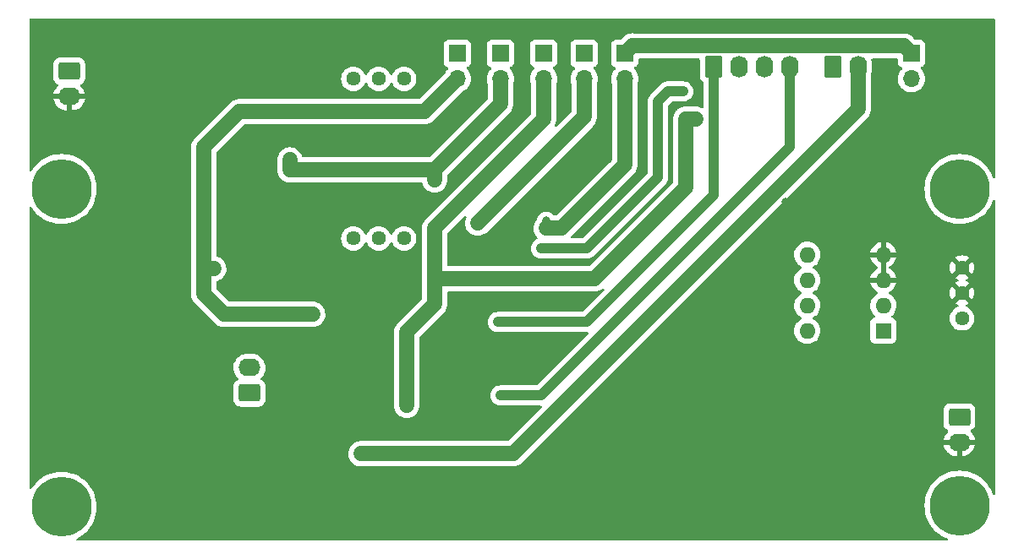
<source format=gbl>
G04 #@! TF.GenerationSoftware,KiCad,Pcbnew,(6.0.10)*
G04 #@! TF.CreationDate,2023-02-17T11:11:42-03:00*
G04 #@! TF.ProjectId,TimeInterval_FrontEnd,54696d65-496e-4746-9572-76616c5f4672,rev?*
G04 #@! TF.SameCoordinates,Original*
G04 #@! TF.FileFunction,Copper,L2,Bot*
G04 #@! TF.FilePolarity,Positive*
%FSLAX46Y46*%
G04 Gerber Fmt 4.6, Leading zero omitted, Abs format (unit mm)*
G04 Created by KiCad (PCBNEW (6.0.10)) date 2023-02-17 11:11:42*
%MOMM*%
%LPD*%
G01*
G04 APERTURE LIST*
G04 Aperture macros list*
%AMRoundRect*
0 Rectangle with rounded corners*
0 $1 Rounding radius*
0 $2 $3 $4 $5 $6 $7 $8 $9 X,Y pos of 4 corners*
0 Add a 4 corners polygon primitive as box body*
4,1,4,$2,$3,$4,$5,$6,$7,$8,$9,$2,$3,0*
0 Add four circle primitives for the rounded corners*
1,1,$1+$1,$2,$3*
1,1,$1+$1,$4,$5*
1,1,$1+$1,$6,$7*
1,1,$1+$1,$8,$9*
0 Add four rect primitives between the rounded corners*
20,1,$1+$1,$2,$3,$4,$5,0*
20,1,$1+$1,$4,$5,$6,$7,0*
20,1,$1+$1,$6,$7,$8,$9,0*
20,1,$1+$1,$8,$9,$2,$3,0*%
G04 Aperture macros list end*
G04 #@! TA.AperFunction,ComponentPad*
%ADD10C,6.000000*%
G04 #@! TD*
G04 #@! TA.AperFunction,ComponentPad*
%ADD11O,2.190000X1.740000*%
G04 #@! TD*
G04 #@! TA.AperFunction,ComponentPad*
%ADD12RoundRect,0.250000X-0.845000X0.620000X-0.845000X-0.620000X0.845000X-0.620000X0.845000X0.620000X0*%
G04 #@! TD*
G04 #@! TA.AperFunction,ComponentPad*
%ADD13C,1.440000*%
G04 #@! TD*
G04 #@! TA.AperFunction,ComponentPad*
%ADD14R,1.700000X1.700000*%
G04 #@! TD*
G04 #@! TA.AperFunction,ComponentPad*
%ADD15O,1.700000X1.700000*%
G04 #@! TD*
G04 #@! TA.AperFunction,ComponentPad*
%ADD16RoundRect,0.250000X-0.620000X-0.845000X0.620000X-0.845000X0.620000X0.845000X-0.620000X0.845000X0*%
G04 #@! TD*
G04 #@! TA.AperFunction,ComponentPad*
%ADD17O,1.740000X2.190000*%
G04 #@! TD*
G04 #@! TA.AperFunction,ComponentPad*
%ADD18R,1.600000X1.600000*%
G04 #@! TD*
G04 #@! TA.AperFunction,ComponentPad*
%ADD19O,1.600000X1.600000*%
G04 #@! TD*
G04 #@! TA.AperFunction,ComponentPad*
%ADD20RoundRect,0.250000X0.845000X-0.620000X0.845000X0.620000X-0.845000X0.620000X-0.845000X-0.620000X0*%
G04 #@! TD*
G04 #@! TA.AperFunction,ViaPad*
%ADD21C,0.800000*%
G04 #@! TD*
G04 #@! TA.AperFunction,Conductor*
%ADD22C,1.000000*%
G04 #@! TD*
G04 #@! TA.AperFunction,Conductor*
%ADD23C,1.500000*%
G04 #@! TD*
G04 APERTURE END LIST*
D10*
X184912000Y-77343000D03*
X94996000Y-77343000D03*
X184912000Y-109093000D03*
X94996000Y-109220000D03*
D11*
X95758000Y-68072000D03*
D12*
X95758000Y-65532000D03*
D13*
X185157000Y-90307000D03*
X185157000Y-87767000D03*
X185157000Y-85227000D03*
D14*
X138938000Y-63749000D03*
D15*
X138938000Y-66289000D03*
D16*
X172212000Y-65044000D03*
D17*
X174752000Y-65044000D03*
D14*
X151384000Y-63749000D03*
D15*
X151384000Y-66289000D03*
D13*
X129286000Y-66294000D03*
X126746000Y-66294000D03*
X124206000Y-66294000D03*
D18*
X177273000Y-91557000D03*
D19*
X177273000Y-89017000D03*
X177273000Y-86477000D03*
X177273000Y-83937000D03*
X169653000Y-83937000D03*
X169653000Y-86477000D03*
X169653000Y-89017000D03*
X169653000Y-91557000D03*
D20*
X113812000Y-97790000D03*
D11*
X113812000Y-95250000D03*
D14*
X147320000Y-63749000D03*
D15*
X147320000Y-66289000D03*
D14*
X134620000Y-63749000D03*
D15*
X134620000Y-66289000D03*
X180086000Y-66289000D03*
D14*
X180086000Y-63749000D03*
D13*
X129286000Y-82296000D03*
X126746000Y-82296000D03*
X124206000Y-82296000D03*
D14*
X143256000Y-63744000D03*
D15*
X143256000Y-66284000D03*
D12*
X184883000Y-100203000D03*
D11*
X184883000Y-102743000D03*
D16*
X160274000Y-65064000D03*
D17*
X162814000Y-65064000D03*
X165354000Y-65064000D03*
X167894000Y-65064000D03*
D21*
X150622000Y-106045000D03*
X149352000Y-106045000D03*
X148082000Y-106045000D03*
X146812000Y-106045000D03*
X145542000Y-106045000D03*
X144272000Y-106045000D03*
X143002000Y-106045000D03*
X141732000Y-106045000D03*
X140462000Y-106045000D03*
X139192000Y-106045000D03*
X137922000Y-106045000D03*
X136652000Y-106045000D03*
X135382000Y-106045000D03*
X134112000Y-106045000D03*
X132842000Y-106045000D03*
X162687000Y-94996000D03*
X152527000Y-105410000D03*
X153416000Y-104521000D03*
X154305000Y-103632000D03*
X155194000Y-102743000D03*
X155956000Y-101854000D03*
X156718000Y-101092000D03*
X157480000Y-100330000D03*
X158242000Y-99568000D03*
X159004000Y-98806000D03*
X159766000Y-98044000D03*
X160528000Y-97282000D03*
X161290000Y-96520000D03*
X162052000Y-95758000D03*
X162814000Y-93853000D03*
X162814000Y-92583000D03*
X159893000Y-86614000D03*
X161036000Y-85979000D03*
X167513000Y-78613000D03*
X168783000Y-78613000D03*
X132334000Y-76454000D03*
X117856000Y-75438000D03*
X132334000Y-75438000D03*
X117856000Y-74422000D03*
X119126000Y-89916000D03*
X120142000Y-89916000D03*
X110236000Y-85344000D03*
X109220000Y-85344000D03*
X136652000Y-80772000D03*
X137414000Y-80010000D03*
X122428000Y-96567278D03*
X149733000Y-73406000D03*
X185547000Y-63373000D03*
X132588000Y-71628000D03*
X132588000Y-72644000D03*
X149733000Y-74422000D03*
X145034000Y-77343000D03*
X119634000Y-96520000D03*
X139192000Y-83058000D03*
X149606000Y-79248000D03*
X110363000Y-66294000D03*
X146558000Y-77343000D03*
X185547000Y-65278000D03*
X117856000Y-81915000D03*
X185547000Y-64389000D03*
X185547000Y-66167000D03*
X171695000Y-78613000D03*
X121920000Y-73152000D03*
X115570000Y-87884000D03*
X122936000Y-73152000D03*
X158496000Y-70358000D03*
X129540000Y-99060000D03*
X157480000Y-70319500D03*
X129540000Y-98044000D03*
X143510000Y-80518000D03*
X143510000Y-81280000D03*
X124968000Y-103886000D03*
X138938000Y-98044000D03*
X138684000Y-90678000D03*
X139700000Y-90678000D03*
X157226000Y-67564000D03*
X143002000Y-83312000D03*
D22*
X160274000Y-77978000D02*
X147574000Y-90678000D01*
X160274000Y-65064000D02*
X160274000Y-77978000D01*
X147574000Y-90678000D02*
X138684000Y-90678000D01*
D23*
X151384000Y-63749000D02*
X152134000Y-62999000D01*
X179336000Y-62999000D02*
X180086000Y-63749000D01*
X152134000Y-62999000D02*
X179336000Y-62999000D01*
X138938000Y-68834000D02*
X132334000Y-75438000D01*
X117856000Y-75438000D02*
X117856000Y-74422000D01*
X132334000Y-75438000D02*
X132334000Y-76454000D01*
X138938000Y-66289000D02*
X138938000Y-68834000D01*
X132334000Y-75438000D02*
X117856000Y-75438000D01*
X109220000Y-87884000D02*
X111252000Y-89916000D01*
X110236000Y-85344000D02*
X109220000Y-85344000D01*
X109220000Y-85344000D02*
X109220000Y-73152000D01*
X109220000Y-73152000D02*
X112776000Y-69596000D01*
X109220000Y-85344000D02*
X109220000Y-87884000D01*
X131313000Y-69596000D02*
X112776000Y-69596000D01*
X134620000Y-66289000D02*
X131313000Y-69596000D01*
X111252000Y-89916000D02*
X120142000Y-89916000D01*
X147320000Y-70104000D02*
X136652000Y-80772000D01*
X147320000Y-66289000D02*
X147320000Y-70104000D01*
X143256000Y-66284000D02*
X143256000Y-70358000D01*
X132334000Y-81280000D02*
X132334000Y-84582000D01*
X148336000Y-86360000D02*
X132334000Y-86360000D01*
X157480000Y-70319500D02*
X157480000Y-77216000D01*
X143256000Y-70358000D02*
X132334000Y-81280000D01*
X132334000Y-88900000D02*
X129540000Y-91694000D01*
X157480000Y-77216000D02*
X148336000Y-86360000D01*
X157480000Y-70319500D02*
X157949500Y-70319500D01*
X129540000Y-91694000D02*
X129540000Y-99060000D01*
X157949500Y-70319500D02*
X157988000Y-70358000D01*
X132334000Y-84582000D02*
X132334000Y-86360000D01*
X132334000Y-86360000D02*
X132334000Y-88900000D01*
X157988000Y-70358000D02*
X158496000Y-70358000D01*
X143510000Y-81280000D02*
X145034000Y-81280000D01*
X145034000Y-81280000D02*
X151384000Y-74930000D01*
X151384000Y-74930000D02*
X151384000Y-66289000D01*
X174752000Y-69342000D02*
X140208000Y-103886000D01*
X174752000Y-65044000D02*
X174752000Y-69342000D01*
X140208000Y-103886000D02*
X124968000Y-103886000D01*
D22*
X167894000Y-65064000D02*
X167894000Y-73152000D01*
X167894000Y-73152000D02*
X143002000Y-98044000D01*
X143002000Y-98044000D02*
X138938000Y-98044000D01*
X147574000Y-83312000D02*
X154686000Y-76200000D01*
X154686000Y-76200000D02*
X154686000Y-68580000D01*
X143002000Y-83312000D02*
X147574000Y-83312000D01*
X154686000Y-68580000D02*
X155702000Y-67564000D01*
X155702000Y-67564000D02*
X157226000Y-67564000D01*
G04 #@! TA.AperFunction,Conductor*
G36*
X188409621Y-60256502D02*
G01*
X188456114Y-60310158D01*
X188467500Y-60362500D01*
X188467500Y-76135343D01*
X188447498Y-76203464D01*
X188393842Y-76249957D01*
X188323568Y-76260061D01*
X188258988Y-76230567D01*
X188223869Y-76180497D01*
X188121573Y-75914006D01*
X188106039Y-75883519D01*
X187956119Y-75589284D01*
X187956115Y-75589277D01*
X187954620Y-75586343D01*
X187884944Y-75479050D01*
X187768938Y-75300416D01*
X187754332Y-75277925D01*
X187522902Y-74992133D01*
X187262867Y-74732098D01*
X186977075Y-74500668D01*
X186860008Y-74424644D01*
X186671427Y-74302178D01*
X186671424Y-74302176D01*
X186668658Y-74300380D01*
X186665724Y-74298885D01*
X186665717Y-74298881D01*
X186343934Y-74134925D01*
X186340994Y-74133427D01*
X185997674Y-74001639D01*
X185642459Y-73906459D01*
X185449442Y-73875888D01*
X185282489Y-73849445D01*
X185282481Y-73849444D01*
X185279241Y-73848931D01*
X184912000Y-73829685D01*
X184544759Y-73848931D01*
X184541519Y-73849444D01*
X184541511Y-73849445D01*
X184374558Y-73875888D01*
X184181541Y-73906459D01*
X183826326Y-74001639D01*
X183483006Y-74133427D01*
X183480066Y-74134925D01*
X183158284Y-74298881D01*
X183158277Y-74298885D01*
X183155343Y-74300380D01*
X182846925Y-74500668D01*
X182561133Y-74732098D01*
X182301098Y-74992133D01*
X182069668Y-75277925D01*
X182055062Y-75300416D01*
X181939057Y-75479050D01*
X181869380Y-75586343D01*
X181867885Y-75589277D01*
X181867881Y-75589284D01*
X181717961Y-75883519D01*
X181702427Y-75914006D01*
X181640182Y-76076160D01*
X181572583Y-76252263D01*
X181570639Y-76257326D01*
X181475459Y-76612541D01*
X181451512Y-76763739D01*
X181422367Y-76947753D01*
X181417931Y-76975759D01*
X181398685Y-77343000D01*
X181417931Y-77710241D01*
X181418444Y-77713481D01*
X181418445Y-77713489D01*
X181442404Y-77864760D01*
X181475459Y-78073459D01*
X181570639Y-78428674D01*
X181702427Y-78771994D01*
X181869380Y-79099657D01*
X182069668Y-79408075D01*
X182301098Y-79693867D01*
X182561133Y-79953902D01*
X182846925Y-80185332D01*
X182849700Y-80187134D01*
X183100303Y-80349877D01*
X183155342Y-80385620D01*
X183158276Y-80387115D01*
X183158283Y-80387119D01*
X183441108Y-80531225D01*
X183483006Y-80552573D01*
X183488154Y-80554549D01*
X183813551Y-80679457D01*
X183826326Y-80684361D01*
X184181541Y-80779541D01*
X184374558Y-80810112D01*
X184541511Y-80836555D01*
X184541519Y-80836556D01*
X184544759Y-80837069D01*
X184912000Y-80856315D01*
X185279241Y-80837069D01*
X185282481Y-80836556D01*
X185282489Y-80836555D01*
X185449442Y-80810112D01*
X185642459Y-80779541D01*
X185997674Y-80684361D01*
X186010450Y-80679457D01*
X186335846Y-80554549D01*
X186340994Y-80552573D01*
X186382892Y-80531225D01*
X186665717Y-80387119D01*
X186665724Y-80387115D01*
X186668658Y-80385620D01*
X186723698Y-80349877D01*
X186974300Y-80187134D01*
X186977075Y-80185332D01*
X187262867Y-79953902D01*
X187522902Y-79693867D01*
X187754332Y-79408075D01*
X187954620Y-79099657D01*
X188121573Y-78771994D01*
X188223869Y-78505503D01*
X188266955Y-78449075D01*
X188333708Y-78424898D01*
X188402935Y-78440649D01*
X188452657Y-78491327D01*
X188467500Y-78550657D01*
X188467500Y-107885343D01*
X188447498Y-107953464D01*
X188393842Y-107999957D01*
X188323568Y-108010061D01*
X188258988Y-107980567D01*
X188223869Y-107930497D01*
X188206536Y-107885343D01*
X188121573Y-107664006D01*
X188120075Y-107661066D01*
X187956119Y-107339284D01*
X187956115Y-107339277D01*
X187954620Y-107336343D01*
X187835134Y-107152349D01*
X187756134Y-107030700D01*
X187754332Y-107027925D01*
X187522902Y-106742133D01*
X187262867Y-106482098D01*
X186977075Y-106250668D01*
X186668658Y-106050380D01*
X186665724Y-106048885D01*
X186665717Y-106048881D01*
X186343934Y-105884925D01*
X186340994Y-105883427D01*
X186131218Y-105802902D01*
X186000764Y-105752825D01*
X186000762Y-105752824D01*
X185997674Y-105751639D01*
X185642459Y-105656459D01*
X185449442Y-105625888D01*
X185282489Y-105599445D01*
X185282481Y-105599444D01*
X185279241Y-105598931D01*
X184912000Y-105579685D01*
X184544759Y-105598931D01*
X184541519Y-105599444D01*
X184541511Y-105599445D01*
X184374558Y-105625888D01*
X184181541Y-105656459D01*
X183826326Y-105751639D01*
X183823238Y-105752824D01*
X183823236Y-105752825D01*
X183692782Y-105802902D01*
X183483006Y-105883427D01*
X183480066Y-105884925D01*
X183158284Y-106048881D01*
X183158277Y-106048885D01*
X183155343Y-106050380D01*
X182846925Y-106250668D01*
X182561133Y-106482098D01*
X182301098Y-106742133D01*
X182069668Y-107027925D01*
X182067866Y-107030700D01*
X181988867Y-107152349D01*
X181869380Y-107336343D01*
X181867885Y-107339277D01*
X181867881Y-107339284D01*
X181703925Y-107661066D01*
X181702427Y-107664006D01*
X181570639Y-108007326D01*
X181475459Y-108362541D01*
X181417931Y-108725759D01*
X181398685Y-109093000D01*
X181417931Y-109460241D01*
X181475459Y-109823459D01*
X181570639Y-110178674D01*
X181702427Y-110521994D01*
X181869380Y-110849657D01*
X181871176Y-110852423D01*
X181871178Y-110852426D01*
X181964220Y-110995698D01*
X182069668Y-111158075D01*
X182301098Y-111443867D01*
X182561133Y-111703902D01*
X182846925Y-111935332D01*
X183155342Y-112135620D01*
X183158276Y-112137115D01*
X183158283Y-112137119D01*
X183480066Y-112301075D01*
X183483006Y-112302573D01*
X183634525Y-112360736D01*
X183650503Y-112366869D01*
X183706931Y-112409955D01*
X183731108Y-112476708D01*
X183715357Y-112545935D01*
X183664679Y-112595657D01*
X183605349Y-112610500D01*
X96594733Y-112610500D01*
X96526612Y-112590498D01*
X96480119Y-112536842D01*
X96470015Y-112466568D01*
X96499509Y-112401988D01*
X96537530Y-112372233D01*
X96749717Y-112264119D01*
X96749724Y-112264115D01*
X96752658Y-112262620D01*
X97061075Y-112062332D01*
X97346867Y-111830902D01*
X97606902Y-111570867D01*
X97838332Y-111285075D01*
X97904284Y-111183518D01*
X98036822Y-110979426D01*
X98036824Y-110979423D01*
X98038620Y-110976657D01*
X98104829Y-110846716D01*
X98204075Y-110651934D01*
X98205573Y-110648994D01*
X98337361Y-110305674D01*
X98432541Y-109950459D01*
X98490069Y-109587241D01*
X98509315Y-109220000D01*
X98490069Y-108852759D01*
X98432541Y-108489541D01*
X98337361Y-108134326D01*
X98205573Y-107791006D01*
X98038620Y-107463343D01*
X97967942Y-107354507D01*
X97840134Y-107157700D01*
X97838332Y-107154925D01*
X97606902Y-106869133D01*
X97346867Y-106609098D01*
X97061075Y-106377668D01*
X96752658Y-106177380D01*
X96749724Y-106175885D01*
X96749717Y-106175881D01*
X96427934Y-106011925D01*
X96424994Y-106010427D01*
X96098050Y-105884925D01*
X96084764Y-105879825D01*
X96084762Y-105879824D01*
X96081674Y-105878639D01*
X95726459Y-105783459D01*
X95520157Y-105750784D01*
X95366489Y-105726445D01*
X95366481Y-105726444D01*
X95363241Y-105725931D01*
X94996000Y-105706685D01*
X94628759Y-105725931D01*
X94625519Y-105726444D01*
X94625511Y-105726445D01*
X94471843Y-105750784D01*
X94265541Y-105783459D01*
X93910326Y-105878639D01*
X93907238Y-105879824D01*
X93907236Y-105879825D01*
X93893950Y-105884925D01*
X93567006Y-106010427D01*
X93564066Y-106011925D01*
X93242284Y-106175881D01*
X93242277Y-106175885D01*
X93239343Y-106177380D01*
X92930925Y-106377668D01*
X92645133Y-106609098D01*
X92385098Y-106869133D01*
X92153668Y-107154925D01*
X92151866Y-107157700D01*
X92002173Y-107388208D01*
X91948296Y-107434445D01*
X91877975Y-107444215D01*
X91813535Y-107414415D01*
X91775436Y-107354507D01*
X91770500Y-107319584D01*
X91770500Y-103925690D01*
X123705037Y-103925690D01*
X123732025Y-104148715D01*
X123798082Y-104363435D01*
X123901118Y-104563064D01*
X124037877Y-104741292D01*
X124204036Y-104892485D01*
X124208783Y-104895463D01*
X124208786Y-104895465D01*
X124337227Y-104976035D01*
X124394344Y-105011864D01*
X124602783Y-105095656D01*
X124822767Y-105141213D01*
X124827378Y-105141479D01*
X124827379Y-105141479D01*
X124877952Y-105144395D01*
X124877956Y-105144395D01*
X124879775Y-105144500D01*
X140116604Y-105144500D01*
X140133051Y-105145578D01*
X140149516Y-105147746D01*
X140149520Y-105147746D01*
X140155086Y-105148479D01*
X140236489Y-105144640D01*
X140242424Y-105144500D01*
X140264999Y-105144500D01*
X140290989Y-105142181D01*
X140296248Y-105141822D01*
X140379488Y-105137896D01*
X140384947Y-105136646D01*
X140384952Y-105136645D01*
X140396970Y-105133892D01*
X140413899Y-105131211D01*
X140431762Y-105129617D01*
X140437178Y-105128135D01*
X140437180Y-105128135D01*
X140512133Y-105107630D01*
X140517251Y-105106344D01*
X140593000Y-105088995D01*
X140593002Y-105088994D01*
X140598470Y-105087742D01*
X140608970Y-105083263D01*
X140614967Y-105080706D01*
X140631142Y-105075073D01*
X140643039Y-105071818D01*
X140643043Y-105071817D01*
X140648451Y-105070337D01*
X140723667Y-105034461D01*
X140728476Y-105032290D01*
X140799949Y-105001804D01*
X140799950Y-105001804D01*
X140805109Y-104999603D01*
X140820110Y-104989749D01*
X140835025Y-104981346D01*
X140851218Y-104973622D01*
X140855769Y-104970352D01*
X140855772Y-104970350D01*
X140918881Y-104925001D01*
X140923232Y-104922011D01*
X140989010Y-104878804D01*
X140989018Y-104878798D01*
X140992874Y-104876265D01*
X141013662Y-104857743D01*
X141023939Y-104849510D01*
X141033654Y-104842529D01*
X141108063Y-104765745D01*
X141109452Y-104764335D01*
X142862207Y-103011580D01*
X183306317Y-103011580D01*
X183332252Y-103135188D01*
X183335312Y-103145384D01*
X183417284Y-103352952D01*
X183422018Y-103362489D01*
X183537796Y-103553285D01*
X183544062Y-103561878D01*
X183690333Y-103730441D01*
X183697964Y-103737861D01*
X183870542Y-103879368D01*
X183879309Y-103885393D01*
X184073262Y-103995797D01*
X184082926Y-104000262D01*
X184292711Y-104076410D01*
X184302979Y-104079181D01*
X184523766Y-104119106D01*
X184531995Y-104120039D01*
X184550874Y-104120930D01*
X184553849Y-104121000D01*
X184610885Y-104121000D01*
X184626124Y-104116525D01*
X184627329Y-104115135D01*
X184629000Y-104107452D01*
X184629000Y-104102885D01*
X185137000Y-104102885D01*
X185141475Y-104118124D01*
X185142865Y-104119329D01*
X185150548Y-104121000D01*
X185164054Y-104121000D01*
X185169363Y-104120775D01*
X185335707Y-104106661D01*
X185346179Y-104104871D01*
X185562202Y-104048802D01*
X185572242Y-104045266D01*
X185775732Y-103953601D01*
X185785018Y-103948432D01*
X185970155Y-103823790D01*
X185978441Y-103817129D01*
X186139930Y-103663076D01*
X186146979Y-103655108D01*
X186280203Y-103476048D01*
X186285802Y-103467018D01*
X186386953Y-103268069D01*
X186390956Y-103258208D01*
X186457138Y-103045071D01*
X186459420Y-103034691D01*
X186462036Y-103014957D01*
X186459840Y-103000793D01*
X186446655Y-102997000D01*
X185155115Y-102997000D01*
X185139876Y-103001475D01*
X185138671Y-103002865D01*
X185137000Y-103010548D01*
X185137000Y-104102885D01*
X184629000Y-104102885D01*
X184629000Y-103015115D01*
X184624525Y-102999876D01*
X184623135Y-102998671D01*
X184615452Y-102997000D01*
X183321373Y-102997000D01*
X183307842Y-103000973D01*
X183306317Y-103011580D01*
X142862207Y-103011580D01*
X145000387Y-100873400D01*
X183279500Y-100873400D01*
X183290474Y-100979166D01*
X183346450Y-101146946D01*
X183439522Y-101297348D01*
X183564697Y-101422305D01*
X183570927Y-101426145D01*
X183570928Y-101426146D01*
X183715262Y-101515115D01*
X183714018Y-101517132D01*
X183758775Y-101556537D01*
X183778239Y-101624813D01*
X183757700Y-101692774D01*
X183739215Y-101714989D01*
X183626070Y-101822924D01*
X183619021Y-101830892D01*
X183485797Y-102009952D01*
X183480198Y-102018982D01*
X183379047Y-102217931D01*
X183375044Y-102227792D01*
X183308862Y-102440929D01*
X183306580Y-102451309D01*
X183303964Y-102471043D01*
X183306160Y-102485207D01*
X183319345Y-102489000D01*
X186444627Y-102489000D01*
X186458158Y-102485027D01*
X186459683Y-102474420D01*
X186433748Y-102350812D01*
X186430688Y-102340616D01*
X186348716Y-102133048D01*
X186343982Y-102123511D01*
X186228204Y-101932715D01*
X186221938Y-101924122D01*
X186075667Y-101755559D01*
X186068035Y-101748138D01*
X186034728Y-101720827D01*
X185994734Y-101662167D01*
X185992803Y-101591197D01*
X186029548Y-101530449D01*
X186052346Y-101515196D01*
X186051946Y-101514550D01*
X186196120Y-101425332D01*
X186202348Y-101421478D01*
X186327305Y-101296303D01*
X186420115Y-101145738D01*
X186475797Y-100977861D01*
X186486500Y-100873400D01*
X186486500Y-99532600D01*
X186483690Y-99505513D01*
X186476238Y-99433692D01*
X186476237Y-99433688D01*
X186475526Y-99426834D01*
X186419550Y-99259054D01*
X186326478Y-99108652D01*
X186201303Y-98983695D01*
X186195072Y-98979854D01*
X186056968Y-98894725D01*
X186056966Y-98894724D01*
X186050738Y-98890885D01*
X185890254Y-98837655D01*
X185889389Y-98837368D01*
X185889387Y-98837368D01*
X185882861Y-98835203D01*
X185876025Y-98834503D01*
X185876022Y-98834502D01*
X185832969Y-98830091D01*
X185778400Y-98824500D01*
X183987600Y-98824500D01*
X183984354Y-98824837D01*
X183984350Y-98824837D01*
X183888692Y-98834762D01*
X183888688Y-98834763D01*
X183881834Y-98835474D01*
X183875298Y-98837655D01*
X183875296Y-98837655D01*
X183759803Y-98876187D01*
X183714054Y-98891450D01*
X183563652Y-98984522D01*
X183438695Y-99109697D01*
X183434855Y-99115927D01*
X183434854Y-99115928D01*
X183379806Y-99205233D01*
X183345885Y-99260262D01*
X183290203Y-99428139D01*
X183279500Y-99532600D01*
X183279500Y-100873400D01*
X145000387Y-100873400D01*
X154316787Y-91557000D01*
X168339502Y-91557000D01*
X168359457Y-91785087D01*
X168418716Y-92006243D01*
X168421039Y-92011224D01*
X168421039Y-92011225D01*
X168513151Y-92208762D01*
X168513154Y-92208767D01*
X168515477Y-92213749D01*
X168646802Y-92401300D01*
X168808700Y-92563198D01*
X168813208Y-92566355D01*
X168813211Y-92566357D01*
X168854542Y-92595297D01*
X168996251Y-92694523D01*
X169001233Y-92696846D01*
X169001238Y-92696849D01*
X169198775Y-92788961D01*
X169203757Y-92791284D01*
X169209065Y-92792706D01*
X169209067Y-92792707D01*
X169419598Y-92849119D01*
X169419600Y-92849119D01*
X169424913Y-92850543D01*
X169653000Y-92870498D01*
X169881087Y-92850543D01*
X169886400Y-92849119D01*
X169886402Y-92849119D01*
X170096933Y-92792707D01*
X170096935Y-92792706D01*
X170102243Y-92791284D01*
X170107225Y-92788961D01*
X170304762Y-92696849D01*
X170304767Y-92696846D01*
X170309749Y-92694523D01*
X170451458Y-92595297D01*
X170492789Y-92566357D01*
X170492792Y-92566355D01*
X170497300Y-92563198D01*
X170659198Y-92401300D01*
X170790523Y-92213749D01*
X170792846Y-92208767D01*
X170792849Y-92208762D01*
X170884961Y-92011225D01*
X170884961Y-92011224D01*
X170887284Y-92006243D01*
X170946543Y-91785087D01*
X170966498Y-91557000D01*
X170946543Y-91328913D01*
X170905598Y-91176106D01*
X170888707Y-91113067D01*
X170888706Y-91113065D01*
X170887284Y-91107757D01*
X170883518Y-91099681D01*
X170792849Y-90905238D01*
X170792846Y-90905233D01*
X170790523Y-90900251D01*
X170697934Y-90768020D01*
X170662357Y-90717211D01*
X170662355Y-90717208D01*
X170659198Y-90712700D01*
X170497300Y-90550802D01*
X170492792Y-90547645D01*
X170492789Y-90547643D01*
X170379542Y-90468347D01*
X170309749Y-90419477D01*
X170304767Y-90417154D01*
X170304762Y-90417151D01*
X170270543Y-90401195D01*
X170217258Y-90354278D01*
X170197797Y-90286001D01*
X170218339Y-90218041D01*
X170270543Y-90172805D01*
X170304762Y-90156849D01*
X170304767Y-90156846D01*
X170309749Y-90154523D01*
X170478289Y-90036510D01*
X170492789Y-90026357D01*
X170492792Y-90026355D01*
X170497300Y-90023198D01*
X170659198Y-89861300D01*
X170681029Y-89830123D01*
X170752845Y-89727558D01*
X170790523Y-89673749D01*
X170792846Y-89668767D01*
X170792849Y-89668762D01*
X170884961Y-89471225D01*
X170884961Y-89471224D01*
X170887284Y-89466243D01*
X170894701Y-89438565D01*
X170945119Y-89250402D01*
X170945119Y-89250400D01*
X170946543Y-89245087D01*
X170966498Y-89017000D01*
X175959502Y-89017000D01*
X175979457Y-89245087D01*
X175980881Y-89250400D01*
X175980881Y-89250402D01*
X176031300Y-89438565D01*
X176038716Y-89466243D01*
X176041039Y-89471224D01*
X176041039Y-89471225D01*
X176133151Y-89668762D01*
X176133154Y-89668767D01*
X176135477Y-89673749D01*
X176173155Y-89727558D01*
X176244972Y-89830123D01*
X176266802Y-89861300D01*
X176428700Y-90023198D01*
X176433211Y-90026357D01*
X176437424Y-90029892D01*
X176436473Y-90031026D01*
X176476471Y-90081071D01*
X176483776Y-90151690D01*
X176451742Y-90215049D01*
X176390538Y-90251030D01*
X176373483Y-90254082D01*
X176362684Y-90255255D01*
X176226295Y-90306385D01*
X176109739Y-90393739D01*
X176022385Y-90510295D01*
X175971255Y-90646684D01*
X175964500Y-90708866D01*
X175964500Y-92405134D01*
X175971255Y-92467316D01*
X176022385Y-92603705D01*
X176109739Y-92720261D01*
X176226295Y-92807615D01*
X176362684Y-92858745D01*
X176424866Y-92865500D01*
X178121134Y-92865500D01*
X178183316Y-92858745D01*
X178319705Y-92807615D01*
X178436261Y-92720261D01*
X178523615Y-92603705D01*
X178574745Y-92467316D01*
X178581500Y-92405134D01*
X178581500Y-90708866D01*
X178574745Y-90646684D01*
X178523615Y-90510295D01*
X178436261Y-90393739D01*
X178320526Y-90307000D01*
X183923807Y-90307000D01*
X183942542Y-90521142D01*
X183943966Y-90526455D01*
X183943966Y-90526457D01*
X183991933Y-90705469D01*
X183998178Y-90728777D01*
X184000500Y-90733757D01*
X184000501Y-90733759D01*
X184066739Y-90875805D01*
X184089024Y-90923596D01*
X184212319Y-91099681D01*
X184364319Y-91251681D01*
X184540403Y-91374976D01*
X184545381Y-91377297D01*
X184545384Y-91377299D01*
X184727029Y-91462001D01*
X184735223Y-91465822D01*
X184740531Y-91467244D01*
X184740533Y-91467245D01*
X184937543Y-91520034D01*
X184937545Y-91520034D01*
X184942858Y-91521458D01*
X185157000Y-91540193D01*
X185371142Y-91521458D01*
X185376455Y-91520034D01*
X185376457Y-91520034D01*
X185573467Y-91467245D01*
X185573469Y-91467244D01*
X185578777Y-91465822D01*
X185586971Y-91462001D01*
X185768616Y-91377299D01*
X185768619Y-91377297D01*
X185773597Y-91374976D01*
X185949681Y-91251681D01*
X186101681Y-91099681D01*
X186224976Y-90923596D01*
X186247262Y-90875805D01*
X186313499Y-90733759D01*
X186313500Y-90733757D01*
X186315822Y-90728777D01*
X186322068Y-90705469D01*
X186370034Y-90526457D01*
X186370034Y-90526455D01*
X186371458Y-90521142D01*
X186390193Y-90307000D01*
X186371458Y-90092858D01*
X186368300Y-90081071D01*
X186317245Y-89890533D01*
X186317244Y-89890531D01*
X186315822Y-89885223D01*
X186306484Y-89865197D01*
X186227299Y-89695385D01*
X186227297Y-89695382D01*
X186224976Y-89690404D01*
X186101681Y-89514319D01*
X185949681Y-89362319D01*
X185773597Y-89239024D01*
X185768619Y-89236703D01*
X185768616Y-89236701D01*
X185584656Y-89150919D01*
X185531371Y-89104002D01*
X185511910Y-89035724D01*
X185532452Y-88967764D01*
X185584656Y-88922529D01*
X185768359Y-88836868D01*
X185777854Y-88831385D01*
X185812607Y-88807051D01*
X185820983Y-88796572D01*
X185813916Y-88783127D01*
X185169811Y-88139021D01*
X185155868Y-88131408D01*
X185154034Y-88131539D01*
X185147420Y-88135790D01*
X184499360Y-88783851D01*
X184492933Y-88795621D01*
X184502227Y-88807635D01*
X184536146Y-88831385D01*
X184545641Y-88836868D01*
X184729344Y-88922529D01*
X184782629Y-88969446D01*
X184802090Y-89037723D01*
X184781548Y-89105683D01*
X184729344Y-89150919D01*
X184545385Y-89236701D01*
X184545382Y-89236703D01*
X184540404Y-89239024D01*
X184364319Y-89362319D01*
X184212319Y-89514319D01*
X184089024Y-89690404D01*
X184086703Y-89695382D01*
X184086701Y-89695385D01*
X184007516Y-89865197D01*
X183998178Y-89885223D01*
X183996756Y-89890531D01*
X183996755Y-89890533D01*
X183945700Y-90081071D01*
X183942542Y-90092858D01*
X183923807Y-90307000D01*
X178320526Y-90307000D01*
X178319705Y-90306385D01*
X178183316Y-90255255D01*
X178172526Y-90254083D01*
X178170394Y-90253197D01*
X178167778Y-90252575D01*
X178167879Y-90252152D01*
X178106965Y-90226845D01*
X178066537Y-90168483D01*
X178064078Y-90097529D01*
X178100371Y-90036510D01*
X178109031Y-90029511D01*
X178112793Y-90026354D01*
X178117300Y-90023198D01*
X178279198Y-89861300D01*
X178301029Y-89830123D01*
X178372845Y-89727558D01*
X178410523Y-89673749D01*
X178412846Y-89668767D01*
X178412849Y-89668762D01*
X178504961Y-89471225D01*
X178504961Y-89471224D01*
X178507284Y-89466243D01*
X178514701Y-89438565D01*
X178565119Y-89250402D01*
X178565119Y-89250400D01*
X178566543Y-89245087D01*
X178586498Y-89017000D01*
X178566543Y-88788913D01*
X178546351Y-88713556D01*
X178508707Y-88573067D01*
X178508706Y-88573065D01*
X178507284Y-88567757D01*
X178490504Y-88531772D01*
X178412849Y-88365238D01*
X178412846Y-88365233D01*
X178410523Y-88360251D01*
X178337098Y-88255389D01*
X178282357Y-88177211D01*
X178282355Y-88177208D01*
X178279198Y-88172700D01*
X178117300Y-88010802D01*
X178112792Y-88007645D01*
X178112789Y-88007643D01*
X177985371Y-87918424D01*
X177929749Y-87879477D01*
X177924767Y-87877154D01*
X177924762Y-87877151D01*
X177889951Y-87860919D01*
X177836666Y-87814002D01*
X177824830Y-87772475D01*
X183924788Y-87772475D01*
X183942557Y-87975575D01*
X183944460Y-87986368D01*
X183997226Y-88183295D01*
X184000972Y-88193587D01*
X184087135Y-88378364D01*
X184092613Y-88387850D01*
X184116949Y-88422607D01*
X184127428Y-88430983D01*
X184140872Y-88423917D01*
X184784979Y-87779811D01*
X184791356Y-87768132D01*
X185521408Y-87768132D01*
X185521539Y-87769966D01*
X185525790Y-87776580D01*
X186173851Y-88424640D01*
X186185621Y-88431067D01*
X186197635Y-88421772D01*
X186221387Y-88387850D01*
X186226865Y-88378364D01*
X186313028Y-88193587D01*
X186316774Y-88183295D01*
X186369540Y-87986368D01*
X186371443Y-87975575D01*
X186389212Y-87772475D01*
X186389212Y-87761525D01*
X186371443Y-87558425D01*
X186369540Y-87547632D01*
X186316774Y-87350705D01*
X186313028Y-87340413D01*
X186226865Y-87155636D01*
X186221387Y-87146150D01*
X186197051Y-87111393D01*
X186186572Y-87103017D01*
X186173128Y-87110083D01*
X185529021Y-87754189D01*
X185521408Y-87768132D01*
X184791356Y-87768132D01*
X184792592Y-87765868D01*
X184792461Y-87764034D01*
X184788210Y-87757420D01*
X184140149Y-87109360D01*
X184128379Y-87102933D01*
X184116365Y-87112228D01*
X184092613Y-87146150D01*
X184087135Y-87155636D01*
X184000972Y-87340413D01*
X183997226Y-87350705D01*
X183944460Y-87547632D01*
X183942557Y-87558425D01*
X183924788Y-87761525D01*
X183924788Y-87772475D01*
X177824830Y-87772475D01*
X177817205Y-87745725D01*
X177837747Y-87677765D01*
X177889951Y-87632529D01*
X177924511Y-87616414D01*
X177934007Y-87610931D01*
X178112467Y-87485972D01*
X178120875Y-87478916D01*
X178274916Y-87324875D01*
X178281972Y-87316467D01*
X178406931Y-87138007D01*
X178412414Y-87128511D01*
X178504490Y-86931053D01*
X178508236Y-86920761D01*
X178554394Y-86748497D01*
X178554058Y-86734401D01*
X178546116Y-86731000D01*
X176005033Y-86731000D01*
X175991502Y-86734973D01*
X175990273Y-86743522D01*
X176037764Y-86920761D01*
X176041510Y-86931053D01*
X176133586Y-87128511D01*
X176139069Y-87138007D01*
X176264028Y-87316467D01*
X176271084Y-87324875D01*
X176425125Y-87478916D01*
X176433533Y-87485972D01*
X176611993Y-87610931D01*
X176621489Y-87616414D01*
X176656049Y-87632529D01*
X176709334Y-87679446D01*
X176728795Y-87747723D01*
X176708253Y-87815683D01*
X176656049Y-87860919D01*
X176621238Y-87877151D01*
X176621233Y-87877154D01*
X176616251Y-87879477D01*
X176560629Y-87918424D01*
X176433211Y-88007643D01*
X176433208Y-88007645D01*
X176428700Y-88010802D01*
X176266802Y-88172700D01*
X176263645Y-88177208D01*
X176263643Y-88177211D01*
X176208902Y-88255389D01*
X176135477Y-88360251D01*
X176133154Y-88365233D01*
X176133151Y-88365238D01*
X176055496Y-88531772D01*
X176038716Y-88567757D01*
X176037294Y-88573065D01*
X176037293Y-88573067D01*
X175999649Y-88713556D01*
X175979457Y-88788913D01*
X175959502Y-89017000D01*
X170966498Y-89017000D01*
X170946543Y-88788913D01*
X170926351Y-88713556D01*
X170888707Y-88573067D01*
X170888706Y-88573065D01*
X170887284Y-88567757D01*
X170870504Y-88531772D01*
X170792849Y-88365238D01*
X170792846Y-88365233D01*
X170790523Y-88360251D01*
X170717098Y-88255389D01*
X170662357Y-88177211D01*
X170662355Y-88177208D01*
X170659198Y-88172700D01*
X170497300Y-88010802D01*
X170492792Y-88007645D01*
X170492789Y-88007643D01*
X170365371Y-87918424D01*
X170309749Y-87879477D01*
X170304767Y-87877154D01*
X170304762Y-87877151D01*
X170270543Y-87861195D01*
X170217258Y-87814278D01*
X170197797Y-87746001D01*
X170218339Y-87678041D01*
X170270543Y-87632805D01*
X170304762Y-87616849D01*
X170304767Y-87616846D01*
X170309749Y-87614523D01*
X170418684Y-87538246D01*
X170492789Y-87486357D01*
X170492792Y-87486355D01*
X170497300Y-87483198D01*
X170659198Y-87321300D01*
X170790523Y-87133749D01*
X170792846Y-87128767D01*
X170792849Y-87128762D01*
X170884961Y-86931225D01*
X170884961Y-86931224D01*
X170887284Y-86926243D01*
X170937623Y-86738379D01*
X170945119Y-86710402D01*
X170945119Y-86710400D01*
X170946543Y-86705087D01*
X170966498Y-86477000D01*
X170947130Y-86255621D01*
X184492933Y-86255621D01*
X184502227Y-86267635D01*
X184536146Y-86291385D01*
X184545641Y-86296868D01*
X184729935Y-86382805D01*
X184783220Y-86429722D01*
X184802681Y-86497999D01*
X184782139Y-86565959D01*
X184729935Y-86611195D01*
X184545636Y-86697135D01*
X184536150Y-86702613D01*
X184501393Y-86726949D01*
X184493017Y-86737428D01*
X184500083Y-86750872D01*
X185144189Y-87394979D01*
X185158132Y-87402592D01*
X185159966Y-87402461D01*
X185166580Y-87398210D01*
X185814640Y-86750149D01*
X185821067Y-86738379D01*
X185811773Y-86726365D01*
X185777854Y-86702615D01*
X185768359Y-86697132D01*
X185584065Y-86611195D01*
X185530780Y-86564278D01*
X185511319Y-86496001D01*
X185531861Y-86428041D01*
X185584065Y-86382805D01*
X185768359Y-86296868D01*
X185777854Y-86291385D01*
X185812607Y-86267051D01*
X185820983Y-86256572D01*
X185813916Y-86243127D01*
X185169811Y-85599021D01*
X185155868Y-85591408D01*
X185154034Y-85591539D01*
X185147420Y-85595790D01*
X184499360Y-86243851D01*
X184492933Y-86255621D01*
X170947130Y-86255621D01*
X170946543Y-86248913D01*
X170936244Y-86210478D01*
X170888707Y-86033067D01*
X170888706Y-86033065D01*
X170887284Y-86027757D01*
X170854472Y-85957390D01*
X170792849Y-85825238D01*
X170792846Y-85825233D01*
X170790523Y-85820251D01*
X170717098Y-85715389D01*
X170662357Y-85637211D01*
X170662355Y-85637208D01*
X170659198Y-85632700D01*
X170497300Y-85470802D01*
X170492792Y-85467645D01*
X170492789Y-85467643D01*
X170414611Y-85412902D01*
X170309749Y-85339477D01*
X170304767Y-85337154D01*
X170304762Y-85337151D01*
X170270543Y-85321195D01*
X170217258Y-85274278D01*
X170197797Y-85206001D01*
X170218339Y-85138041D01*
X170270543Y-85092805D01*
X170304762Y-85076849D01*
X170304767Y-85076846D01*
X170309749Y-85074523D01*
X170451168Y-84975500D01*
X170492789Y-84946357D01*
X170492792Y-84946355D01*
X170497300Y-84943198D01*
X170659198Y-84781300D01*
X170790523Y-84593749D01*
X170792846Y-84588767D01*
X170792849Y-84588762D01*
X170884961Y-84391225D01*
X170884961Y-84391224D01*
X170887284Y-84386243D01*
X170904703Y-84321237D01*
X170936245Y-84203522D01*
X175990273Y-84203522D01*
X176037764Y-84380761D01*
X176041510Y-84391053D01*
X176133586Y-84588511D01*
X176139069Y-84598007D01*
X176264028Y-84776467D01*
X176271084Y-84784875D01*
X176425125Y-84938916D01*
X176433533Y-84945972D01*
X176611993Y-85070931D01*
X176621489Y-85076414D01*
X176656641Y-85092805D01*
X176709926Y-85139722D01*
X176729387Y-85207999D01*
X176708845Y-85275959D01*
X176656641Y-85321195D01*
X176621489Y-85337586D01*
X176611993Y-85343069D01*
X176433533Y-85468028D01*
X176425125Y-85475084D01*
X176271084Y-85629125D01*
X176264028Y-85637533D01*
X176139069Y-85815993D01*
X176133586Y-85825489D01*
X176041510Y-86022947D01*
X176037764Y-86033239D01*
X175991606Y-86205503D01*
X175991942Y-86219599D01*
X175999884Y-86223000D01*
X177000885Y-86223000D01*
X177016124Y-86218525D01*
X177017329Y-86217135D01*
X177019000Y-86209452D01*
X177019000Y-86204885D01*
X177527000Y-86204885D01*
X177531475Y-86220124D01*
X177532865Y-86221329D01*
X177540548Y-86223000D01*
X178540967Y-86223000D01*
X178554498Y-86219027D01*
X178555727Y-86210478D01*
X178508236Y-86033239D01*
X178504490Y-86022947D01*
X178412414Y-85825489D01*
X178406931Y-85815993D01*
X178281972Y-85637533D01*
X178274916Y-85629125D01*
X178120875Y-85475084D01*
X178112467Y-85468028D01*
X177934007Y-85343069D01*
X177924511Y-85337586D01*
X177889359Y-85321195D01*
X177836074Y-85274278D01*
X177824159Y-85232475D01*
X183924788Y-85232475D01*
X183942557Y-85435575D01*
X183944460Y-85446368D01*
X183997226Y-85643295D01*
X184000972Y-85653587D01*
X184087135Y-85838364D01*
X184092613Y-85847850D01*
X184116949Y-85882607D01*
X184127428Y-85890983D01*
X184140872Y-85883917D01*
X184784979Y-85239811D01*
X184791356Y-85228132D01*
X185521408Y-85228132D01*
X185521539Y-85229966D01*
X185525790Y-85236580D01*
X186173851Y-85884640D01*
X186185621Y-85891067D01*
X186197635Y-85881772D01*
X186221387Y-85847850D01*
X186226865Y-85838364D01*
X186313028Y-85653587D01*
X186316774Y-85643295D01*
X186369540Y-85446368D01*
X186371443Y-85435575D01*
X186389212Y-85232475D01*
X186389212Y-85221525D01*
X186371443Y-85018425D01*
X186369540Y-85007632D01*
X186316774Y-84810705D01*
X186313028Y-84800413D01*
X186226865Y-84615636D01*
X186221387Y-84606150D01*
X186197051Y-84571393D01*
X186186572Y-84563017D01*
X186173128Y-84570083D01*
X185529021Y-85214189D01*
X185521408Y-85228132D01*
X184791356Y-85228132D01*
X184792592Y-85225868D01*
X184792461Y-85224034D01*
X184788210Y-85217420D01*
X184140149Y-84569360D01*
X184128379Y-84562933D01*
X184116365Y-84572228D01*
X184092613Y-84606150D01*
X184087135Y-84615636D01*
X184000972Y-84800413D01*
X183997226Y-84810705D01*
X183944460Y-85007632D01*
X183942557Y-85018425D01*
X183924788Y-85221525D01*
X183924788Y-85232475D01*
X177824159Y-85232475D01*
X177816613Y-85206001D01*
X177837155Y-85138041D01*
X177889359Y-85092805D01*
X177924511Y-85076414D01*
X177934007Y-85070931D01*
X178112467Y-84945972D01*
X178120875Y-84938916D01*
X178274916Y-84784875D01*
X178281972Y-84776467D01*
X178406931Y-84598007D01*
X178412414Y-84588511D01*
X178504490Y-84391053D01*
X178508236Y-84380761D01*
X178554394Y-84208497D01*
X178554130Y-84197428D01*
X184493017Y-84197428D01*
X184500083Y-84210872D01*
X185144189Y-84854979D01*
X185158132Y-84862592D01*
X185159966Y-84862461D01*
X185166580Y-84858210D01*
X185814640Y-84210149D01*
X185821067Y-84198379D01*
X185811773Y-84186365D01*
X185777854Y-84162615D01*
X185768359Y-84157132D01*
X185583587Y-84070972D01*
X185573295Y-84067226D01*
X185376368Y-84014460D01*
X185365575Y-84012557D01*
X185162475Y-83994788D01*
X185151525Y-83994788D01*
X184948425Y-84012557D01*
X184937632Y-84014460D01*
X184740705Y-84067226D01*
X184730413Y-84070972D01*
X184545636Y-84157135D01*
X184536150Y-84162613D01*
X184501393Y-84186949D01*
X184493017Y-84197428D01*
X178554130Y-84197428D01*
X178554058Y-84194401D01*
X178546116Y-84191000D01*
X177545115Y-84191000D01*
X177529876Y-84195475D01*
X177528671Y-84196865D01*
X177527000Y-84204548D01*
X177527000Y-86204885D01*
X177019000Y-86204885D01*
X177019000Y-84209115D01*
X177014525Y-84193876D01*
X177013135Y-84192671D01*
X177005452Y-84191000D01*
X176005033Y-84191000D01*
X175991502Y-84194973D01*
X175990273Y-84203522D01*
X170936245Y-84203522D01*
X170945119Y-84170402D01*
X170945119Y-84170400D01*
X170946543Y-84165087D01*
X170966498Y-83937000D01*
X170946543Y-83708913D01*
X170936244Y-83670478D01*
X170934911Y-83665503D01*
X175991606Y-83665503D01*
X175991942Y-83679599D01*
X175999884Y-83683000D01*
X177000885Y-83683000D01*
X177016124Y-83678525D01*
X177017329Y-83677135D01*
X177019000Y-83669452D01*
X177019000Y-83664885D01*
X177527000Y-83664885D01*
X177531475Y-83680124D01*
X177532865Y-83681329D01*
X177540548Y-83683000D01*
X178540967Y-83683000D01*
X178554498Y-83679027D01*
X178555727Y-83670478D01*
X178508236Y-83493239D01*
X178504490Y-83482947D01*
X178412414Y-83285489D01*
X178406931Y-83275993D01*
X178281972Y-83097533D01*
X178274916Y-83089125D01*
X178120875Y-82935084D01*
X178112467Y-82928028D01*
X177934007Y-82803069D01*
X177924511Y-82797586D01*
X177727053Y-82705510D01*
X177716761Y-82701764D01*
X177544497Y-82655606D01*
X177530401Y-82655942D01*
X177527000Y-82663884D01*
X177527000Y-83664885D01*
X177019000Y-83664885D01*
X177019000Y-82669033D01*
X177015027Y-82655502D01*
X177006478Y-82654273D01*
X176829239Y-82701764D01*
X176818947Y-82705510D01*
X176621489Y-82797586D01*
X176611993Y-82803069D01*
X176433533Y-82928028D01*
X176425125Y-82935084D01*
X176271084Y-83089125D01*
X176264028Y-83097533D01*
X176139069Y-83275993D01*
X176133586Y-83285489D01*
X176041510Y-83482947D01*
X176037764Y-83493239D01*
X175991606Y-83665503D01*
X170934911Y-83665503D01*
X170888707Y-83493067D01*
X170888706Y-83493065D01*
X170887284Y-83487757D01*
X170830648Y-83366299D01*
X170792849Y-83285238D01*
X170792846Y-83285233D01*
X170790523Y-83280251D01*
X170659198Y-83092700D01*
X170497300Y-82930802D01*
X170492792Y-82927645D01*
X170492789Y-82927643D01*
X170414611Y-82872902D01*
X170309749Y-82799477D01*
X170304767Y-82797154D01*
X170304762Y-82797151D01*
X170107225Y-82705039D01*
X170107224Y-82705039D01*
X170102243Y-82702716D01*
X170096935Y-82701294D01*
X170096933Y-82701293D01*
X169886402Y-82644881D01*
X169886400Y-82644881D01*
X169881087Y-82643457D01*
X169653000Y-82623502D01*
X169424913Y-82643457D01*
X169419600Y-82644881D01*
X169419598Y-82644881D01*
X169209067Y-82701293D01*
X169209065Y-82701294D01*
X169203757Y-82702716D01*
X169198776Y-82705039D01*
X169198775Y-82705039D01*
X169001238Y-82797151D01*
X169001233Y-82797154D01*
X168996251Y-82799477D01*
X168891389Y-82872902D01*
X168813211Y-82927643D01*
X168813208Y-82927645D01*
X168808700Y-82930802D01*
X168646802Y-83092700D01*
X168515477Y-83280251D01*
X168513154Y-83285233D01*
X168513151Y-83285238D01*
X168475352Y-83366299D01*
X168418716Y-83487757D01*
X168417294Y-83493065D01*
X168417293Y-83493067D01*
X168369756Y-83670478D01*
X168359457Y-83708913D01*
X168339502Y-83937000D01*
X168359457Y-84165087D01*
X168360881Y-84170400D01*
X168360881Y-84170402D01*
X168401298Y-84321237D01*
X168418716Y-84386243D01*
X168421039Y-84391224D01*
X168421039Y-84391225D01*
X168513151Y-84588762D01*
X168513154Y-84588767D01*
X168515477Y-84593749D01*
X168646802Y-84781300D01*
X168808700Y-84943198D01*
X168813208Y-84946355D01*
X168813211Y-84946357D01*
X168854832Y-84975500D01*
X168996251Y-85074523D01*
X169001233Y-85076846D01*
X169001238Y-85076849D01*
X169035457Y-85092805D01*
X169088742Y-85139722D01*
X169108203Y-85207999D01*
X169087661Y-85275959D01*
X169035457Y-85321195D01*
X169001238Y-85337151D01*
X169001233Y-85337154D01*
X168996251Y-85339477D01*
X168891389Y-85412902D01*
X168813211Y-85467643D01*
X168813208Y-85467645D01*
X168808700Y-85470802D01*
X168646802Y-85632700D01*
X168643645Y-85637208D01*
X168643643Y-85637211D01*
X168588902Y-85715389D01*
X168515477Y-85820251D01*
X168513154Y-85825233D01*
X168513151Y-85825238D01*
X168451528Y-85957390D01*
X168418716Y-86027757D01*
X168417294Y-86033065D01*
X168417293Y-86033067D01*
X168369756Y-86210478D01*
X168359457Y-86248913D01*
X168339502Y-86477000D01*
X168359457Y-86705087D01*
X168360881Y-86710400D01*
X168360881Y-86710402D01*
X168368378Y-86738379D01*
X168418716Y-86926243D01*
X168421039Y-86931224D01*
X168421039Y-86931225D01*
X168513151Y-87128762D01*
X168513154Y-87128767D01*
X168515477Y-87133749D01*
X168646802Y-87321300D01*
X168808700Y-87483198D01*
X168813208Y-87486355D01*
X168813211Y-87486357D01*
X168887316Y-87538246D01*
X168996251Y-87614523D01*
X169001233Y-87616846D01*
X169001238Y-87616849D01*
X169035457Y-87632805D01*
X169088742Y-87679722D01*
X169108203Y-87747999D01*
X169087661Y-87815959D01*
X169035457Y-87861195D01*
X169001238Y-87877151D01*
X169001233Y-87877154D01*
X168996251Y-87879477D01*
X168940629Y-87918424D01*
X168813211Y-88007643D01*
X168813208Y-88007645D01*
X168808700Y-88010802D01*
X168646802Y-88172700D01*
X168643645Y-88177208D01*
X168643643Y-88177211D01*
X168588902Y-88255389D01*
X168515477Y-88360251D01*
X168513154Y-88365233D01*
X168513151Y-88365238D01*
X168435496Y-88531772D01*
X168418716Y-88567757D01*
X168417294Y-88573065D01*
X168417293Y-88573067D01*
X168379649Y-88713556D01*
X168359457Y-88788913D01*
X168339502Y-89017000D01*
X168359457Y-89245087D01*
X168360881Y-89250400D01*
X168360881Y-89250402D01*
X168411300Y-89438565D01*
X168418716Y-89466243D01*
X168421039Y-89471224D01*
X168421039Y-89471225D01*
X168513151Y-89668762D01*
X168513154Y-89668767D01*
X168515477Y-89673749D01*
X168553155Y-89727558D01*
X168624972Y-89830123D01*
X168646802Y-89861300D01*
X168808700Y-90023198D01*
X168813208Y-90026355D01*
X168813211Y-90026357D01*
X168827711Y-90036510D01*
X168996251Y-90154523D01*
X169001233Y-90156846D01*
X169001238Y-90156849D01*
X169035457Y-90172805D01*
X169088742Y-90219722D01*
X169108203Y-90287999D01*
X169087661Y-90355959D01*
X169035457Y-90401195D01*
X169001238Y-90417151D01*
X169001233Y-90417154D01*
X168996251Y-90419477D01*
X168926458Y-90468347D01*
X168813211Y-90547643D01*
X168813208Y-90547645D01*
X168808700Y-90550802D01*
X168646802Y-90712700D01*
X168643645Y-90717208D01*
X168643643Y-90717211D01*
X168608066Y-90768020D01*
X168515477Y-90900251D01*
X168513154Y-90905233D01*
X168513151Y-90905238D01*
X168422482Y-91099681D01*
X168418716Y-91107757D01*
X168417294Y-91113065D01*
X168417293Y-91113067D01*
X168400402Y-91176106D01*
X168359457Y-91328913D01*
X168339502Y-91557000D01*
X154316787Y-91557000D01*
X175577263Y-70296525D01*
X175589654Y-70285657D01*
X175602848Y-70275533D01*
X175607292Y-70272123D01*
X175662158Y-70211826D01*
X175666257Y-70207531D01*
X175682198Y-70191590D01*
X175698942Y-70171564D01*
X175702401Y-70167599D01*
X175705822Y-70163840D01*
X175758485Y-70105964D01*
X175768016Y-70090770D01*
X175778085Y-70076910D01*
X175789593Y-70063147D01*
X175830869Y-69990782D01*
X175833579Y-69986253D01*
X175874885Y-69920405D01*
X175877864Y-69915656D01*
X175884553Y-69899017D01*
X175892012Y-69883587D01*
X175898119Y-69872881D01*
X175898123Y-69872872D01*
X175900898Y-69868007D01*
X175928712Y-69789462D01*
X175930573Y-69784537D01*
X175938780Y-69764123D01*
X175961656Y-69707217D01*
X175965296Y-69689639D01*
X175969902Y-69673146D01*
X175973290Y-69663578D01*
X175974016Y-69661528D01*
X175974016Y-69661526D01*
X175975888Y-69656241D01*
X175979277Y-69635550D01*
X175989352Y-69574023D01*
X175990314Y-69568833D01*
X175993149Y-69555147D01*
X176007213Y-69487233D01*
X176008816Y-69459437D01*
X176010263Y-69446331D01*
X176011286Y-69440086D01*
X176011287Y-69440079D01*
X176012193Y-69434543D01*
X176011736Y-69405410D01*
X176010516Y-69327770D01*
X176010500Y-69325791D01*
X176010500Y-65864292D01*
X176018061Y-65821301D01*
X176046675Y-65742471D01*
X176087716Y-65629404D01*
X176090972Y-65611401D01*
X176103348Y-65542960D01*
X176129344Y-65399197D01*
X176130500Y-65374684D01*
X176130500Y-64760262D01*
X176117402Y-64605898D01*
X176116156Y-64591209D01*
X176116155Y-64591205D01*
X176115705Y-64585898D01*
X176071388Y-64415153D01*
X176073635Y-64344194D01*
X176113889Y-64285712D01*
X176179371Y-64258278D01*
X176193347Y-64257500D01*
X178601500Y-64257500D01*
X178669621Y-64277502D01*
X178716114Y-64331158D01*
X178727500Y-64383500D01*
X178727500Y-64647134D01*
X178734255Y-64709316D01*
X178785385Y-64845705D01*
X178872739Y-64962261D01*
X178989295Y-65049615D01*
X178997704Y-65052767D01*
X178997705Y-65052768D01*
X179106451Y-65093535D01*
X179163216Y-65136176D01*
X179187916Y-65202738D01*
X179172709Y-65272087D01*
X179153316Y-65298568D01*
X179057153Y-65399197D01*
X179026629Y-65431138D01*
X179023715Y-65435410D01*
X179023714Y-65435411D01*
X179012209Y-65452277D01*
X178900743Y-65615680D01*
X178806688Y-65818305D01*
X178746989Y-66033570D01*
X178723251Y-66255695D01*
X178723548Y-66260848D01*
X178723548Y-66260851D01*
X178731764Y-66403340D01*
X178736110Y-66478715D01*
X178737247Y-66483761D01*
X178737248Y-66483767D01*
X178757151Y-66572079D01*
X178785222Y-66696639D01*
X178869266Y-66903616D01*
X178876304Y-66915101D01*
X178980148Y-67084559D01*
X178985987Y-67094088D01*
X179132250Y-67262938D01*
X179304126Y-67405632D01*
X179497000Y-67518338D01*
X179501825Y-67520180D01*
X179501826Y-67520181D01*
X179520189Y-67527193D01*
X179705692Y-67598030D01*
X179710760Y-67599061D01*
X179710763Y-67599062D01*
X179818017Y-67620883D01*
X179924597Y-67642567D01*
X179929772Y-67642757D01*
X179929774Y-67642757D01*
X180142673Y-67650564D01*
X180142677Y-67650564D01*
X180147837Y-67650753D01*
X180152957Y-67650097D01*
X180152959Y-67650097D01*
X180364288Y-67623025D01*
X180364289Y-67623025D01*
X180369416Y-67622368D01*
X180374366Y-67620883D01*
X180578429Y-67559661D01*
X180578434Y-67559659D01*
X180583384Y-67558174D01*
X180783994Y-67459896D01*
X180965860Y-67330173D01*
X181124096Y-67172489D01*
X181138874Y-67151924D01*
X181251435Y-66995277D01*
X181254453Y-66991077D01*
X181292003Y-66915101D01*
X181351136Y-66795453D01*
X181351137Y-66795451D01*
X181353430Y-66790811D01*
X181404219Y-66623644D01*
X181416865Y-66582023D01*
X181416865Y-66582021D01*
X181418370Y-66577069D01*
X181447529Y-66355590D01*
X181449156Y-66289000D01*
X181430852Y-66066361D01*
X181376431Y-65849702D01*
X181287354Y-65644840D01*
X181194506Y-65501319D01*
X181168822Y-65461617D01*
X181168820Y-65461614D01*
X181166014Y-65457277D01*
X181162532Y-65453450D01*
X181018798Y-65295488D01*
X180987746Y-65231642D01*
X180996141Y-65161143D01*
X181041317Y-65106375D01*
X181067761Y-65092706D01*
X181174297Y-65052767D01*
X181182705Y-65049615D01*
X181299261Y-64962261D01*
X181386615Y-64845705D01*
X181437745Y-64709316D01*
X181444500Y-64647134D01*
X181444500Y-62850866D01*
X181437745Y-62788684D01*
X181386615Y-62652295D01*
X181299261Y-62535739D01*
X181182705Y-62448385D01*
X181046316Y-62397255D01*
X180984134Y-62390500D01*
X180559478Y-62390500D01*
X180491357Y-62370498D01*
X180470383Y-62353595D01*
X180290525Y-62173737D01*
X180279657Y-62161346D01*
X180269533Y-62148152D01*
X180266123Y-62143708D01*
X180205826Y-62088842D01*
X180201531Y-62084743D01*
X180185590Y-62068802D01*
X180183440Y-62067004D01*
X180165577Y-62052068D01*
X180161602Y-62048600D01*
X180104112Y-61996288D01*
X180104103Y-61996281D01*
X180099964Y-61992515D01*
X180084773Y-61982986D01*
X180070907Y-61972911D01*
X180061451Y-61965004D01*
X180061441Y-61964997D01*
X180057146Y-61961406D01*
X179984752Y-61920113D01*
X179980232Y-61917408D01*
X179970620Y-61911378D01*
X179929202Y-61885397D01*
X179914404Y-61876114D01*
X179914401Y-61876112D01*
X179909656Y-61873136D01*
X179904451Y-61871043D01*
X179904448Y-61871042D01*
X179893021Y-61866448D01*
X179877589Y-61858988D01*
X179866881Y-61852880D01*
X179866872Y-61852876D01*
X179862007Y-61850101D01*
X179856730Y-61848232D01*
X179856725Y-61848230D01*
X179783458Y-61822285D01*
X179778522Y-61820420D01*
X179706416Y-61791434D01*
X179701217Y-61789344D01*
X179695730Y-61788208D01*
X179695728Y-61788207D01*
X179683651Y-61785706D01*
X179667156Y-61781101D01*
X179650241Y-61775111D01*
X179567990Y-61761641D01*
X179562820Y-61760683D01*
X179503291Y-61748355D01*
X179485758Y-61744724D01*
X179485757Y-61744724D01*
X179481233Y-61743787D01*
X179476621Y-61743521D01*
X179476620Y-61743521D01*
X179453452Y-61742185D01*
X179440347Y-61740738D01*
X179434090Y-61739714D01*
X179434086Y-61739714D01*
X179428543Y-61738806D01*
X179422930Y-61738894D01*
X179422928Y-61738894D01*
X179321736Y-61740484D01*
X179319757Y-61740500D01*
X152225395Y-61740500D01*
X152208948Y-61739422D01*
X152192483Y-61737254D01*
X152192479Y-61737254D01*
X152186913Y-61736521D01*
X152105512Y-61740360D01*
X152099576Y-61740500D01*
X152077001Y-61740500D01*
X152058118Y-61742185D01*
X152051011Y-61742819D01*
X152045749Y-61743178D01*
X152032838Y-61743787D01*
X151962512Y-61747104D01*
X151957053Y-61748354D01*
X151957048Y-61748355D01*
X151945030Y-61751108D01*
X151928101Y-61753789D01*
X151910238Y-61755383D01*
X151904822Y-61756865D01*
X151904820Y-61756865D01*
X151829867Y-61777370D01*
X151824749Y-61778656D01*
X151749000Y-61796005D01*
X151748998Y-61796006D01*
X151743530Y-61797258D01*
X151733030Y-61801737D01*
X151727033Y-61804294D01*
X151710858Y-61809927D01*
X151698961Y-61813182D01*
X151698957Y-61813183D01*
X151693549Y-61814663D01*
X151688483Y-61817079D01*
X151688484Y-61817079D01*
X151618333Y-61850539D01*
X151613524Y-61852710D01*
X151542051Y-61883196D01*
X151536891Y-61885397D01*
X151521890Y-61895251D01*
X151506975Y-61903654D01*
X151490782Y-61911378D01*
X151486234Y-61914646D01*
X151486229Y-61914649D01*
X151423114Y-61960002D01*
X151418777Y-61962982D01*
X151349125Y-62008735D01*
X151328344Y-62027251D01*
X151318048Y-62035500D01*
X151308346Y-62042471D01*
X151280904Y-62070789D01*
X151233968Y-62119223D01*
X151232579Y-62120633D01*
X150999617Y-62353595D01*
X150937305Y-62387621D01*
X150910522Y-62390500D01*
X150485866Y-62390500D01*
X150423684Y-62397255D01*
X150287295Y-62448385D01*
X150170739Y-62535739D01*
X150083385Y-62652295D01*
X150032255Y-62788684D01*
X150025500Y-62850866D01*
X150025500Y-64647134D01*
X150032255Y-64709316D01*
X150083385Y-64845705D01*
X150170739Y-64962261D01*
X150287295Y-65049615D01*
X150295704Y-65052767D01*
X150295705Y-65052768D01*
X150404451Y-65093535D01*
X150461216Y-65136176D01*
X150485916Y-65202738D01*
X150470709Y-65272087D01*
X150451316Y-65298568D01*
X150355153Y-65399197D01*
X150324629Y-65431138D01*
X150321715Y-65435410D01*
X150321714Y-65435411D01*
X150310209Y-65452277D01*
X150198743Y-65615680D01*
X150104688Y-65818305D01*
X150044989Y-66033570D01*
X150021251Y-66255695D01*
X150021548Y-66260848D01*
X150021548Y-66260851D01*
X150029764Y-66403340D01*
X150034110Y-66478715D01*
X150035247Y-66483761D01*
X150035248Y-66483767D01*
X150055151Y-66572079D01*
X150083222Y-66696639D01*
X150103320Y-66746134D01*
X150116243Y-66777961D01*
X150125500Y-66825365D01*
X150125500Y-74356523D01*
X150105498Y-74424644D01*
X150088595Y-74445618D01*
X144549617Y-79984595D01*
X144487305Y-80018621D01*
X144460522Y-80021500D01*
X144341554Y-80021500D01*
X144273433Y-80001498D01*
X144247918Y-79979810D01*
X144125675Y-79844045D01*
X144125674Y-79844044D01*
X144121253Y-79839134D01*
X143966752Y-79726882D01*
X143960724Y-79724198D01*
X143960722Y-79724197D01*
X143798319Y-79651891D01*
X143798318Y-79651891D01*
X143792288Y-79649206D01*
X143698887Y-79629353D01*
X143611944Y-79610872D01*
X143611939Y-79610872D01*
X143605487Y-79609500D01*
X143414513Y-79609500D01*
X143408061Y-79610872D01*
X143408056Y-79610872D01*
X143321113Y-79629353D01*
X143227712Y-79649206D01*
X143221682Y-79651891D01*
X143221681Y-79651891D01*
X143059278Y-79724197D01*
X143059276Y-79724198D01*
X143053248Y-79726882D01*
X142898747Y-79839134D01*
X142894326Y-79844044D01*
X142894325Y-79844045D01*
X142795410Y-79953902D01*
X142770960Y-79981056D01*
X142675473Y-80146444D01*
X142616458Y-80328072D01*
X142615768Y-80334633D01*
X142615768Y-80334635D01*
X142613290Y-80358217D01*
X142586278Y-80423874D01*
X142578463Y-80432733D01*
X142531916Y-80480765D01*
X142531910Y-80480773D01*
X142528008Y-80484799D01*
X142402710Y-80671262D01*
X142312412Y-80876967D01*
X142311103Y-80882418D01*
X142311102Y-80882422D01*
X142263413Y-81081063D01*
X142259968Y-81095411D01*
X142247037Y-81319690D01*
X142274025Y-81542715D01*
X142340082Y-81757435D01*
X142342652Y-81762415D01*
X142342654Y-81762419D01*
X142431331Y-81934227D01*
X142443118Y-81957064D01*
X142579877Y-82135292D01*
X142584022Y-82139063D01*
X142584025Y-82139067D01*
X142627114Y-82178275D01*
X142664037Y-82238915D01*
X142662314Y-82309891D01*
X142622492Y-82368668D01*
X142601469Y-82382720D01*
X142441204Y-82467934D01*
X142354938Y-82538291D01*
X142292713Y-82589040D01*
X142292710Y-82589043D01*
X142287938Y-82592935D01*
X142284011Y-82597682D01*
X142284009Y-82597684D01*
X142165799Y-82740575D01*
X142165797Y-82740579D01*
X142161870Y-82745325D01*
X142067802Y-82919299D01*
X142009318Y-83108232D01*
X142008674Y-83114357D01*
X142008674Y-83114358D01*
X141995807Y-83236786D01*
X141988645Y-83304925D01*
X141996153Y-83387424D01*
X142004831Y-83482775D01*
X142006570Y-83501888D01*
X142062410Y-83691619D01*
X142065263Y-83697077D01*
X142065265Y-83697081D01*
X142071451Y-83708913D01*
X142154040Y-83866890D01*
X142277968Y-84021025D01*
X142282692Y-84024989D01*
X142289933Y-84031065D01*
X142429474Y-84148154D01*
X142434872Y-84151121D01*
X142434877Y-84151125D01*
X142562190Y-84221115D01*
X142602787Y-84243433D01*
X142608654Y-84245294D01*
X142608656Y-84245295D01*
X142785436Y-84301373D01*
X142791306Y-84303235D01*
X142945227Y-84320500D01*
X147512157Y-84320500D01*
X147525764Y-84321237D01*
X147557262Y-84324659D01*
X147557267Y-84324659D01*
X147563388Y-84325324D01*
X147589638Y-84323027D01*
X147613388Y-84320950D01*
X147618214Y-84320621D01*
X147620686Y-84320500D01*
X147623769Y-84320500D01*
X147635738Y-84319326D01*
X147666506Y-84316310D01*
X147667819Y-84316188D01*
X147712084Y-84312315D01*
X147760413Y-84308087D01*
X147765532Y-84306600D01*
X147770833Y-84306080D01*
X147859834Y-84279209D01*
X147860967Y-84278874D01*
X147944414Y-84254630D01*
X147944418Y-84254628D01*
X147950336Y-84252909D01*
X147955068Y-84250456D01*
X147960169Y-84248916D01*
X147976060Y-84240467D01*
X148042260Y-84205269D01*
X148043426Y-84204657D01*
X148120453Y-84164729D01*
X148125926Y-84161892D01*
X148130089Y-84158569D01*
X148134796Y-84156066D01*
X148206918Y-84097245D01*
X148207774Y-84096554D01*
X148246973Y-84065262D01*
X148249477Y-84062758D01*
X148250195Y-84062116D01*
X148254528Y-84058415D01*
X148288062Y-84031065D01*
X148317288Y-83995737D01*
X148325277Y-83986958D01*
X155355379Y-76956855D01*
X155365522Y-76947753D01*
X155390218Y-76927897D01*
X155395025Y-76924032D01*
X155427292Y-76885578D01*
X155430472Y-76881931D01*
X155432115Y-76880119D01*
X155434309Y-76877925D01*
X155461642Y-76844651D01*
X155462348Y-76843800D01*
X155478601Y-76824431D01*
X155522154Y-76772526D01*
X155524722Y-76767856D01*
X155528103Y-76763739D01*
X155568523Y-76688355D01*
X155571977Y-76681914D01*
X155572606Y-76680755D01*
X155614462Y-76604619D01*
X155614465Y-76604611D01*
X155617433Y-76599213D01*
X155619045Y-76594131D01*
X155621562Y-76589437D01*
X155648747Y-76500523D01*
X155649139Y-76499265D01*
X155675372Y-76416567D01*
X155677235Y-76410694D01*
X155677829Y-76405403D01*
X155679388Y-76400302D01*
X155688790Y-76307737D01*
X155688925Y-76306470D01*
X155690404Y-76293292D01*
X155694500Y-76256773D01*
X155694500Y-76253248D01*
X155694555Y-76252263D01*
X155695004Y-76246559D01*
X155698752Y-76209666D01*
X155698752Y-76209661D01*
X155699374Y-76203538D01*
X155695059Y-76157891D01*
X155694500Y-76146033D01*
X155694500Y-69049926D01*
X155714502Y-68981805D01*
X155731404Y-68960831D01*
X156082829Y-68609405D01*
X156145142Y-68575380D01*
X156171925Y-68572500D01*
X157275769Y-68572500D01*
X157278825Y-68572200D01*
X157278832Y-68572200D01*
X157337340Y-68566463D01*
X157422833Y-68558080D01*
X157428734Y-68556298D01*
X157428736Y-68556298D01*
X157523327Y-68527739D01*
X157612169Y-68500916D01*
X157786796Y-68408066D01*
X157878197Y-68333521D01*
X157935287Y-68286960D01*
X157935290Y-68286957D01*
X157940062Y-68283065D01*
X157943991Y-68278316D01*
X158062201Y-68135425D01*
X158062203Y-68135421D01*
X158066130Y-68130675D01*
X158160198Y-67956701D01*
X158218682Y-67767768D01*
X158219326Y-67761642D01*
X158238711Y-67577204D01*
X158238711Y-67577202D01*
X158239355Y-67571075D01*
X158221430Y-67374112D01*
X158217859Y-67361976D01*
X158167330Y-67190294D01*
X158165590Y-67184381D01*
X158161281Y-67176137D01*
X158092194Y-67043989D01*
X158073960Y-67009110D01*
X157950032Y-66854975D01*
X157798526Y-66727846D01*
X157793128Y-66724879D01*
X157793123Y-66724875D01*
X157636238Y-66638628D01*
X157625213Y-66632567D01*
X157619346Y-66630706D01*
X157619344Y-66630705D01*
X157442564Y-66574627D01*
X157442563Y-66574627D01*
X157436694Y-66572765D01*
X157282773Y-66555500D01*
X155763843Y-66555500D01*
X155750236Y-66554763D01*
X155718738Y-66551341D01*
X155718733Y-66551341D01*
X155712612Y-66550676D01*
X155686362Y-66552973D01*
X155662612Y-66555050D01*
X155657786Y-66555379D01*
X155655314Y-66555500D01*
X155652231Y-66555500D01*
X155640262Y-66556674D01*
X155609494Y-66559690D01*
X155608181Y-66559812D01*
X155563916Y-66563685D01*
X155515587Y-66567913D01*
X155510468Y-66569400D01*
X155505167Y-66569920D01*
X155416166Y-66596791D01*
X155415033Y-66597126D01*
X155331586Y-66621370D01*
X155331582Y-66621372D01*
X155325664Y-66623091D01*
X155320932Y-66625544D01*
X155315831Y-66627084D01*
X155310388Y-66629978D01*
X155233740Y-66670731D01*
X155232574Y-66671343D01*
X155157098Y-66710467D01*
X155150074Y-66714108D01*
X155145911Y-66717431D01*
X155141204Y-66719934D01*
X155069082Y-66778755D01*
X155068226Y-66779446D01*
X155029027Y-66810738D01*
X155026523Y-66813242D01*
X155025805Y-66813884D01*
X155021472Y-66817585D01*
X154987938Y-66844935D01*
X154958709Y-66880267D01*
X154950728Y-66889037D01*
X154016617Y-67823149D01*
X154006473Y-67832251D01*
X153976975Y-67855968D01*
X153973008Y-67860696D01*
X153944709Y-67894421D01*
X153941528Y-67898069D01*
X153939885Y-67899881D01*
X153937691Y-67902075D01*
X153910358Y-67935349D01*
X153909696Y-67936147D01*
X153849846Y-68007474D01*
X153847278Y-68012144D01*
X153843897Y-68016261D01*
X153812860Y-68074145D01*
X153800023Y-68098086D01*
X153799394Y-68099245D01*
X153757538Y-68175381D01*
X153757535Y-68175389D01*
X153754567Y-68180787D01*
X153752955Y-68185869D01*
X153750438Y-68190563D01*
X153723238Y-68279531D01*
X153722918Y-68280559D01*
X153694765Y-68369306D01*
X153694171Y-68374602D01*
X153692613Y-68379698D01*
X153684031Y-68464188D01*
X153683218Y-68472187D01*
X153683089Y-68473393D01*
X153680002Y-68500916D01*
X153678799Y-68511649D01*
X153677500Y-68523227D01*
X153677500Y-68526754D01*
X153677445Y-68527739D01*
X153676998Y-68533419D01*
X153672626Y-68576462D01*
X153675393Y-68605735D01*
X153676941Y-68622109D01*
X153677500Y-68633967D01*
X153677500Y-75730075D01*
X153657498Y-75798196D01*
X153640595Y-75819170D01*
X147193171Y-82266595D01*
X147130859Y-82300621D01*
X147104076Y-82303500D01*
X146094477Y-82303500D01*
X146026356Y-82283498D01*
X145979863Y-82229842D01*
X145969759Y-82159568D01*
X145999253Y-82094988D01*
X146005382Y-82088405D01*
X152209263Y-75884525D01*
X152221654Y-75873657D01*
X152234848Y-75863533D01*
X152239292Y-75860123D01*
X152294158Y-75799826D01*
X152298257Y-75795531D01*
X152314198Y-75779590D01*
X152315995Y-75777441D01*
X152330932Y-75759577D01*
X152334400Y-75755602D01*
X152386712Y-75698112D01*
X152386719Y-75698103D01*
X152390485Y-75693964D01*
X152400014Y-75678773D01*
X152410089Y-75664907D01*
X152417996Y-75655451D01*
X152418003Y-75655441D01*
X152421594Y-75651146D01*
X152462887Y-75578752D01*
X152465592Y-75574232D01*
X152467287Y-75571531D01*
X152509864Y-75503656D01*
X152516552Y-75487021D01*
X152524012Y-75471589D01*
X152530120Y-75460881D01*
X152530124Y-75460872D01*
X152532899Y-75456007D01*
X152534768Y-75450730D01*
X152534770Y-75450725D01*
X152560715Y-75377458D01*
X152562580Y-75372522D01*
X152591566Y-75300416D01*
X152593656Y-75295217D01*
X152597294Y-75277650D01*
X152601899Y-75261156D01*
X152607889Y-75244241D01*
X152621359Y-75161990D01*
X152622319Y-75156811D01*
X152638276Y-75079758D01*
X152638276Y-75079757D01*
X152639213Y-75075233D01*
X152640815Y-75047452D01*
X152642262Y-75034347D01*
X152643286Y-75028090D01*
X152643286Y-75028086D01*
X152644194Y-75022543D01*
X152643680Y-74989789D01*
X152642516Y-74915736D01*
X152642500Y-74913757D01*
X152642500Y-66836250D01*
X152651003Y-66791674D01*
X152651430Y-66790811D01*
X152702219Y-66623644D01*
X152714865Y-66582023D01*
X152714865Y-66582021D01*
X152716370Y-66577069D01*
X152745529Y-66355590D01*
X152747156Y-66289000D01*
X152728852Y-66066361D01*
X152674431Y-65849702D01*
X152585354Y-65644840D01*
X152492506Y-65501319D01*
X152466822Y-65461617D01*
X152466820Y-65461614D01*
X152464014Y-65457277D01*
X152460532Y-65453450D01*
X152316798Y-65295488D01*
X152285746Y-65231642D01*
X152294141Y-65161143D01*
X152339317Y-65106375D01*
X152365761Y-65092706D01*
X152472297Y-65052767D01*
X152480705Y-65049615D01*
X152597261Y-64962261D01*
X152684615Y-64845705D01*
X152735745Y-64709316D01*
X152742500Y-64647134D01*
X152742500Y-64383500D01*
X152762502Y-64315379D01*
X152816158Y-64268886D01*
X152868500Y-64257500D01*
X158769500Y-64257500D01*
X158837621Y-64277502D01*
X158884114Y-64331158D01*
X158895500Y-64383500D01*
X158895500Y-65959400D01*
X158895837Y-65962646D01*
X158895837Y-65962650D01*
X158904399Y-66045166D01*
X158906474Y-66065166D01*
X158908655Y-66071702D01*
X158908655Y-66071704D01*
X158913204Y-66085338D01*
X158962450Y-66232946D01*
X159055522Y-66383348D01*
X159180697Y-66508305D01*
X159205617Y-66523666D01*
X159253109Y-66576438D01*
X159265500Y-66630925D01*
X159265500Y-69127210D01*
X159245498Y-69195331D01*
X159191842Y-69241824D01*
X159121568Y-69251928D01*
X159079930Y-69236654D01*
X159079414Y-69237667D01*
X159074406Y-69235116D01*
X159069656Y-69232136D01*
X158861217Y-69148344D01*
X158641233Y-69102787D01*
X158636622Y-69102521D01*
X158636621Y-69102521D01*
X158586048Y-69099605D01*
X158586044Y-69099605D01*
X158584225Y-69099500D01*
X158292801Y-69099500D01*
X158264700Y-69095950D01*
X158263741Y-69095611D01*
X158181490Y-69082141D01*
X158176320Y-69081183D01*
X158110997Y-69067655D01*
X158099258Y-69065224D01*
X158099257Y-69065224D01*
X158094733Y-69064287D01*
X158090121Y-69064021D01*
X158090120Y-69064021D01*
X158066952Y-69062685D01*
X158053847Y-69061238D01*
X158047590Y-69060214D01*
X158047586Y-69060214D01*
X158042043Y-69059306D01*
X158036430Y-69059394D01*
X158036428Y-69059394D01*
X157935236Y-69060984D01*
X157933257Y-69061000D01*
X157521346Y-69061000D01*
X157514093Y-69060791D01*
X157445917Y-69056860D01*
X157445914Y-69056860D01*
X157440310Y-69056537D01*
X157350372Y-69067420D01*
X157346469Y-69067830D01*
X157277146Y-69074017D01*
X157256238Y-69075883D01*
X157247585Y-69078250D01*
X157245970Y-69078692D01*
X157227863Y-69082244D01*
X157222859Y-69082850D01*
X157222854Y-69082851D01*
X157217285Y-69083525D01*
X157130658Y-69110175D01*
X157126908Y-69111264D01*
X157039549Y-69135163D01*
X157034483Y-69137579D01*
X157034481Y-69137580D01*
X157029933Y-69139749D01*
X157012751Y-69146448D01*
X157002565Y-69149582D01*
X156922016Y-69191156D01*
X156918575Y-69192864D01*
X156836782Y-69231878D01*
X156832228Y-69235150D01*
X156832225Y-69235152D01*
X156828135Y-69238091D01*
X156812409Y-69247728D01*
X156802936Y-69252618D01*
X156798484Y-69256034D01*
X156798481Y-69256036D01*
X156731062Y-69307768D01*
X156727900Y-69310117D01*
X156704751Y-69326751D01*
X156658904Y-69359695D01*
X156658899Y-69359699D01*
X156654346Y-69362971D01*
X156650437Y-69367005D01*
X156646936Y-69370617D01*
X156633161Y-69382890D01*
X156629163Y-69385958D01*
X156629159Y-69385962D01*
X156624708Y-69389377D01*
X156620935Y-69393523D01*
X156620930Y-69393528D01*
X156563748Y-69456371D01*
X156561043Y-69459252D01*
X156498008Y-69524299D01*
X156492068Y-69533139D01*
X156480681Y-69547661D01*
X156478311Y-69550266D01*
X156473515Y-69555536D01*
X156433317Y-69619617D01*
X156425404Y-69632232D01*
X156423249Y-69635550D01*
X156389628Y-69685585D01*
X156372710Y-69710762D01*
X156370457Y-69715895D01*
X156368431Y-69720511D01*
X156359787Y-69736836D01*
X156354136Y-69745844D01*
X156352046Y-69751044D01*
X156352040Y-69751055D01*
X156320353Y-69829880D01*
X156318819Y-69833530D01*
X156284666Y-69911331D01*
X156284664Y-69911337D01*
X156282412Y-69916467D01*
X156281104Y-69921915D01*
X156281103Y-69921918D01*
X156279925Y-69926826D01*
X156274316Y-69944402D01*
X156270344Y-69954283D01*
X156269207Y-69959774D01*
X156251981Y-70042951D01*
X156251118Y-70046813D01*
X156229968Y-70134911D01*
X156229645Y-70140504D01*
X156229645Y-70140507D01*
X156229355Y-70145541D01*
X156226946Y-70163840D01*
X156225724Y-70169739D01*
X156225723Y-70169747D01*
X156224787Y-70174267D01*
X156221500Y-70231275D01*
X156221500Y-70278154D01*
X156221291Y-70285407D01*
X156217037Y-70359190D01*
X156217711Y-70364757D01*
X156217711Y-70364768D01*
X156220587Y-70388535D01*
X156221500Y-70403672D01*
X156221500Y-76642522D01*
X156201498Y-76710643D01*
X156184595Y-76731617D01*
X147851617Y-85064595D01*
X147789305Y-85098621D01*
X147762522Y-85101500D01*
X133718500Y-85101500D01*
X133650379Y-85081498D01*
X133603886Y-85027842D01*
X133592500Y-84975500D01*
X133592500Y-81853477D01*
X133612502Y-81785356D01*
X133629405Y-81764382D01*
X135311516Y-80082271D01*
X135373828Y-80048245D01*
X135444643Y-80053310D01*
X135501479Y-80095857D01*
X135526290Y-80162377D01*
X135510059Y-80233793D01*
X135506234Y-80240500D01*
X135503101Y-80245993D01*
X135501232Y-80251270D01*
X135501230Y-80251275D01*
X135436973Y-80432733D01*
X135428111Y-80457759D01*
X135391806Y-80679457D01*
X135395335Y-80904081D01*
X135396415Y-80909584D01*
X135396415Y-80909586D01*
X135431802Y-81089954D01*
X135438585Y-81124529D01*
X135440623Y-81129755D01*
X135440624Y-81129760D01*
X135465309Y-81193072D01*
X135520190Y-81333835D01*
X135637570Y-81525382D01*
X135641305Y-81529575D01*
X135641308Y-81529578D01*
X135748887Y-81650321D01*
X135787015Y-81693115D01*
X135963801Y-81831734D01*
X135968760Y-81834359D01*
X135968759Y-81834359D01*
X136130428Y-81919957D01*
X136162341Y-81936854D01*
X136167687Y-81938560D01*
X136167689Y-81938561D01*
X136277925Y-81973742D01*
X136376357Y-82005156D01*
X136381914Y-82005888D01*
X136381916Y-82005888D01*
X136487721Y-82019817D01*
X136599086Y-82034479D01*
X136604685Y-82034215D01*
X136604687Y-82034215D01*
X136711287Y-82029187D01*
X136823488Y-82023896D01*
X136959347Y-81992780D01*
X137037005Y-81974994D01*
X137037009Y-81974993D01*
X137042470Y-81973742D01*
X137249109Y-81885603D01*
X137331117Y-81831734D01*
X137433020Y-81764797D01*
X137433024Y-81764794D01*
X137436874Y-81762265D01*
X137440312Y-81759202D01*
X137440317Y-81759198D01*
X137478152Y-81725487D01*
X137479509Y-81724278D01*
X148145263Y-71058525D01*
X148157654Y-71047657D01*
X148170848Y-71037533D01*
X148175292Y-71034123D01*
X148230158Y-70973826D01*
X148234257Y-70969531D01*
X148250198Y-70953590D01*
X148266942Y-70933564D01*
X148270401Y-70929599D01*
X148322708Y-70872115D01*
X148322709Y-70872114D01*
X148326485Y-70867964D01*
X148336016Y-70852770D01*
X148346085Y-70838910D01*
X148357593Y-70825147D01*
X148398869Y-70752782D01*
X148401579Y-70748253D01*
X148442885Y-70682405D01*
X148445864Y-70677656D01*
X148452553Y-70661017D01*
X148460012Y-70645587D01*
X148466119Y-70634881D01*
X148466123Y-70634872D01*
X148468898Y-70630007D01*
X148496715Y-70551454D01*
X148498576Y-70546529D01*
X148517835Y-70498622D01*
X148529656Y-70469217D01*
X148533294Y-70451650D01*
X148537899Y-70435156D01*
X148543889Y-70418241D01*
X148554476Y-70353588D01*
X148557355Y-70336010D01*
X148558317Y-70330822D01*
X148574276Y-70253759D01*
X148574277Y-70253755D01*
X148575213Y-70249233D01*
X148576816Y-70221434D01*
X148578263Y-70208329D01*
X148579286Y-70202084D01*
X148579286Y-70202081D01*
X148580193Y-70196543D01*
X148580082Y-70189431D01*
X148578516Y-70089770D01*
X148578500Y-70087791D01*
X148578500Y-66836250D01*
X148587003Y-66791674D01*
X148587430Y-66790811D01*
X148638219Y-66623644D01*
X148650865Y-66582023D01*
X148650865Y-66582021D01*
X148652370Y-66577069D01*
X148681529Y-66355590D01*
X148683156Y-66289000D01*
X148664852Y-66066361D01*
X148610431Y-65849702D01*
X148521354Y-65644840D01*
X148428506Y-65501319D01*
X148402822Y-65461617D01*
X148402820Y-65461614D01*
X148400014Y-65457277D01*
X148396532Y-65453450D01*
X148252798Y-65295488D01*
X148221746Y-65231642D01*
X148230141Y-65161143D01*
X148275317Y-65106375D01*
X148301761Y-65092706D01*
X148408297Y-65052767D01*
X148416705Y-65049615D01*
X148533261Y-64962261D01*
X148620615Y-64845705D01*
X148671745Y-64709316D01*
X148678500Y-64647134D01*
X148678500Y-62850866D01*
X148671745Y-62788684D01*
X148620615Y-62652295D01*
X148533261Y-62535739D01*
X148416705Y-62448385D01*
X148280316Y-62397255D01*
X148218134Y-62390500D01*
X146421866Y-62390500D01*
X146359684Y-62397255D01*
X146223295Y-62448385D01*
X146106739Y-62535739D01*
X146019385Y-62652295D01*
X145968255Y-62788684D01*
X145961500Y-62850866D01*
X145961500Y-64647134D01*
X145968255Y-64709316D01*
X146019385Y-64845705D01*
X146106739Y-64962261D01*
X146223295Y-65049615D01*
X146231704Y-65052767D01*
X146231705Y-65052768D01*
X146340451Y-65093535D01*
X146397216Y-65136176D01*
X146421916Y-65202738D01*
X146406709Y-65272087D01*
X146387316Y-65298568D01*
X146291153Y-65399197D01*
X146260629Y-65431138D01*
X146257715Y-65435410D01*
X146257714Y-65435411D01*
X146246209Y-65452277D01*
X146134743Y-65615680D01*
X146040688Y-65818305D01*
X145980989Y-66033570D01*
X145957251Y-66255695D01*
X145957548Y-66260848D01*
X145957548Y-66260851D01*
X145965764Y-66403340D01*
X145970110Y-66478715D01*
X145971247Y-66483761D01*
X145971248Y-66483767D01*
X145991151Y-66572079D01*
X146019222Y-66696639D01*
X146039320Y-66746134D01*
X146052243Y-66777961D01*
X146061500Y-66825365D01*
X146061500Y-69530522D01*
X146041498Y-69598643D01*
X146024595Y-69619617D01*
X144596485Y-71047727D01*
X144534173Y-71081753D01*
X144463358Y-71076688D01*
X144406522Y-71034141D01*
X144381711Y-70967621D01*
X144397942Y-70896205D01*
X144402121Y-70888878D01*
X144402122Y-70888876D01*
X144404899Y-70884007D01*
X144406768Y-70878730D01*
X144406770Y-70878725D01*
X144432715Y-70805458D01*
X144434580Y-70800522D01*
X144463566Y-70728416D01*
X144465656Y-70723217D01*
X144469294Y-70705650D01*
X144473899Y-70689156D01*
X144479889Y-70672241D01*
X144493355Y-70590009D01*
X144494317Y-70584819D01*
X144510277Y-70507754D01*
X144510278Y-70507750D01*
X144511213Y-70503233D01*
X144512815Y-70475452D01*
X144514262Y-70462347D01*
X144515286Y-70456090D01*
X144515286Y-70456083D01*
X144516194Y-70450542D01*
X144516080Y-70443245D01*
X144514516Y-70343706D01*
X144514500Y-70341727D01*
X144514500Y-66831250D01*
X144523003Y-66786674D01*
X144523430Y-66785811D01*
X144588370Y-66572069D01*
X144617529Y-66350590D01*
X144617611Y-66347240D01*
X144619074Y-66287365D01*
X144619074Y-66287361D01*
X144619156Y-66284000D01*
X144600852Y-66061361D01*
X144546431Y-65844702D01*
X144457354Y-65639840D01*
X144365221Y-65497424D01*
X144338822Y-65456617D01*
X144338820Y-65456614D01*
X144336014Y-65452277D01*
X144316779Y-65431138D01*
X144188798Y-65290488D01*
X144157746Y-65226642D01*
X144166141Y-65156143D01*
X144211317Y-65101375D01*
X144237761Y-65087706D01*
X144344297Y-65047767D01*
X144352705Y-65044615D01*
X144469261Y-64957261D01*
X144556615Y-64840705D01*
X144607745Y-64704316D01*
X144614500Y-64642134D01*
X144614500Y-62845866D01*
X144607745Y-62783684D01*
X144556615Y-62647295D01*
X144469261Y-62530739D01*
X144352705Y-62443385D01*
X144216316Y-62392255D01*
X144154134Y-62385500D01*
X142357866Y-62385500D01*
X142295684Y-62392255D01*
X142159295Y-62443385D01*
X142042739Y-62530739D01*
X141955385Y-62647295D01*
X141904255Y-62783684D01*
X141897500Y-62845866D01*
X141897500Y-64642134D01*
X141904255Y-64704316D01*
X141955385Y-64840705D01*
X142042739Y-64957261D01*
X142159295Y-65044615D01*
X142167704Y-65047767D01*
X142167705Y-65047768D01*
X142276451Y-65088535D01*
X142333216Y-65131176D01*
X142357916Y-65197738D01*
X142342709Y-65267087D01*
X142323316Y-65293568D01*
X142196629Y-65426138D01*
X142070743Y-65610680D01*
X141976688Y-65813305D01*
X141916989Y-66028570D01*
X141893251Y-66250695D01*
X141893548Y-66255848D01*
X141893548Y-66255851D01*
X141901138Y-66387483D01*
X141906110Y-66473715D01*
X141907247Y-66478761D01*
X141907248Y-66478767D01*
X141927119Y-66566939D01*
X141955222Y-66691639D01*
X141968718Y-66724875D01*
X141988243Y-66772961D01*
X141997500Y-66820365D01*
X141997500Y-69784522D01*
X141977498Y-69852643D01*
X141960595Y-69873617D01*
X131508737Y-80325475D01*
X131496347Y-80336342D01*
X131478708Y-80349877D01*
X131431746Y-80401488D01*
X131423842Y-80410174D01*
X131419743Y-80414469D01*
X131403802Y-80430410D01*
X131402007Y-80432557D01*
X131402005Y-80432559D01*
X131387068Y-80450423D01*
X131383600Y-80454398D01*
X131331288Y-80511888D01*
X131331281Y-80511897D01*
X131327515Y-80516036D01*
X131324538Y-80520782D01*
X131324537Y-80520783D01*
X131317987Y-80531225D01*
X131307911Y-80545093D01*
X131300004Y-80554549D01*
X131299997Y-80554559D01*
X131296406Y-80558854D01*
X131255118Y-80631240D01*
X131252408Y-80635768D01*
X131228477Y-80673918D01*
X131208136Y-80706344D01*
X131206043Y-80711549D01*
X131206042Y-80711552D01*
X131201448Y-80722979D01*
X131193988Y-80738411D01*
X131187880Y-80749119D01*
X131187876Y-80749128D01*
X131185101Y-80753993D01*
X131183232Y-80759270D01*
X131183230Y-80759275D01*
X131157285Y-80832542D01*
X131155420Y-80837478D01*
X131124344Y-80914783D01*
X131123208Y-80920270D01*
X131123207Y-80920272D01*
X131120706Y-80932349D01*
X131116101Y-80948844D01*
X131110111Y-80965759D01*
X131109204Y-80971298D01*
X131096643Y-81048001D01*
X131095683Y-81053180D01*
X131078787Y-81134767D01*
X131078521Y-81139379D01*
X131078521Y-81139380D01*
X131077185Y-81162548D01*
X131075738Y-81175653D01*
X131074714Y-81181910D01*
X131073806Y-81187457D01*
X131073894Y-81193070D01*
X131073894Y-81193072D01*
X131075484Y-81294264D01*
X131075500Y-81296243D01*
X131075500Y-86318654D01*
X131075291Y-86325907D01*
X131071037Y-86399690D01*
X131071711Y-86405257D01*
X131071711Y-86405268D01*
X131074587Y-86429035D01*
X131075500Y-86444172D01*
X131075500Y-88326522D01*
X131055498Y-88394643D01*
X131038595Y-88415617D01*
X128714737Y-90739475D01*
X128702347Y-90750342D01*
X128684708Y-90763877D01*
X128630188Y-90823794D01*
X128629842Y-90824174D01*
X128625743Y-90828469D01*
X128609802Y-90844410D01*
X128608007Y-90846557D01*
X128608005Y-90846559D01*
X128593068Y-90864423D01*
X128589600Y-90868398D01*
X128537288Y-90925888D01*
X128537281Y-90925897D01*
X128533515Y-90930036D01*
X128530538Y-90934782D01*
X128530537Y-90934783D01*
X128523987Y-90945225D01*
X128513911Y-90959093D01*
X128506004Y-90968549D01*
X128505997Y-90968559D01*
X128502406Y-90972854D01*
X128461849Y-91043958D01*
X128461118Y-91045240D01*
X128458413Y-91049759D01*
X128450057Y-91063081D01*
X128418701Y-91113067D01*
X128414136Y-91120344D01*
X128412043Y-91125549D01*
X128412042Y-91125552D01*
X128407448Y-91136979D01*
X128399988Y-91152411D01*
X128393880Y-91163119D01*
X128393876Y-91163128D01*
X128391101Y-91167993D01*
X128389232Y-91173270D01*
X128389230Y-91173275D01*
X128363285Y-91246542D01*
X128361420Y-91251478D01*
X128360069Y-91254840D01*
X128330344Y-91328783D01*
X128329208Y-91334270D01*
X128329207Y-91334272D01*
X128326706Y-91346349D01*
X128322101Y-91362844D01*
X128316111Y-91379759D01*
X128315204Y-91385298D01*
X128302643Y-91462001D01*
X128301683Y-91467180D01*
X128284787Y-91548767D01*
X128284521Y-91553379D01*
X128284521Y-91553380D01*
X128283185Y-91576548D01*
X128281738Y-91589653D01*
X128280714Y-91595910D01*
X128279806Y-91601457D01*
X128279894Y-91607070D01*
X128279894Y-91607072D01*
X128281484Y-91708264D01*
X128281500Y-91710243D01*
X128281500Y-99116999D01*
X128281749Y-99119786D01*
X128281749Y-99119792D01*
X128284922Y-99155345D01*
X128296383Y-99283762D01*
X128355663Y-99500451D01*
X128358075Y-99505509D01*
X128358077Y-99505513D01*
X128372555Y-99535866D01*
X128452378Y-99703218D01*
X128583471Y-99885654D01*
X128744799Y-100041992D01*
X128931262Y-100167290D01*
X129136967Y-100257588D01*
X129142418Y-100258897D01*
X129142422Y-100258898D01*
X129349954Y-100308722D01*
X129355411Y-100310032D01*
X129439475Y-100314879D01*
X129574083Y-100322640D01*
X129574086Y-100322640D01*
X129579690Y-100322963D01*
X129802715Y-100295975D01*
X130017435Y-100229918D01*
X130022415Y-100227348D01*
X130022419Y-100227346D01*
X130212081Y-100129454D01*
X130212082Y-100129454D01*
X130217064Y-100126882D01*
X130395292Y-99990123D01*
X130546485Y-99823964D01*
X130665864Y-99633656D01*
X130749656Y-99425217D01*
X130795213Y-99205233D01*
X130797350Y-99168172D01*
X130798395Y-99150048D01*
X130798395Y-99150044D01*
X130798500Y-99148225D01*
X130798500Y-92267477D01*
X130818502Y-92199356D01*
X130835405Y-92178382D01*
X133159259Y-89854528D01*
X133171651Y-89843660D01*
X133184843Y-89833538D01*
X133184851Y-89833531D01*
X133189292Y-89830123D01*
X133244168Y-89769815D01*
X133248267Y-89765520D01*
X133264198Y-89749589D01*
X133280934Y-89729573D01*
X133284379Y-89725624D01*
X133336703Y-89668121D01*
X133336706Y-89668117D01*
X133340485Y-89663964D01*
X133350013Y-89648775D01*
X133360091Y-89634903D01*
X133367992Y-89625455D01*
X133367997Y-89625448D01*
X133371594Y-89621146D01*
X133412887Y-89548752D01*
X133415592Y-89544232D01*
X133456886Y-89478404D01*
X133456888Y-89478401D01*
X133459864Y-89473656D01*
X133466552Y-89457021D01*
X133474012Y-89441589D01*
X133480120Y-89430881D01*
X133480124Y-89430872D01*
X133482899Y-89426007D01*
X133484768Y-89420730D01*
X133484770Y-89420725D01*
X133510715Y-89347458D01*
X133512580Y-89342522D01*
X133541566Y-89270416D01*
X133543656Y-89265217D01*
X133547294Y-89247650D01*
X133551899Y-89231156D01*
X133557889Y-89214241D01*
X133571355Y-89132009D01*
X133572317Y-89126819D01*
X133588277Y-89049754D01*
X133588278Y-89049750D01*
X133589213Y-89045233D01*
X133590815Y-89017452D01*
X133592262Y-89004347D01*
X133593286Y-88998090D01*
X133593286Y-88998083D01*
X133594194Y-88992542D01*
X133592516Y-88885736D01*
X133592500Y-88883757D01*
X133592500Y-87744500D01*
X133612502Y-87676379D01*
X133666158Y-87629886D01*
X133718500Y-87618500D01*
X148244604Y-87618500D01*
X148261051Y-87619578D01*
X148277516Y-87621746D01*
X148277520Y-87621746D01*
X148283086Y-87622479D01*
X148364489Y-87618640D01*
X148370424Y-87618500D01*
X148392999Y-87618500D01*
X148418989Y-87616181D01*
X148424248Y-87615822D01*
X148507488Y-87611896D01*
X148512947Y-87610646D01*
X148512952Y-87610645D01*
X148524970Y-87607892D01*
X148541899Y-87605211D01*
X148559762Y-87603617D01*
X148565178Y-87602135D01*
X148565180Y-87602135D01*
X148640133Y-87581630D01*
X148645251Y-87580344D01*
X148721000Y-87562995D01*
X148721002Y-87562994D01*
X148726470Y-87561742D01*
X148736970Y-87557263D01*
X148742967Y-87554706D01*
X148759142Y-87549073D01*
X148771039Y-87545818D01*
X148771043Y-87545817D01*
X148776451Y-87544337D01*
X148851667Y-87508461D01*
X148856476Y-87506290D01*
X148927949Y-87475804D01*
X148927950Y-87475804D01*
X148933109Y-87473603D01*
X148948110Y-87463749D01*
X148963025Y-87455346D01*
X148979218Y-87447622D01*
X148983769Y-87444352D01*
X148983772Y-87444350D01*
X149046881Y-87399001D01*
X149051232Y-87396011D01*
X149117002Y-87352809D01*
X149117007Y-87352805D01*
X149120874Y-87350265D01*
X149122354Y-87348946D01*
X149187929Y-87323589D01*
X149257479Y-87337848D01*
X149308280Y-87387444D01*
X149324202Y-87456632D01*
X149300190Y-87523445D01*
X149287519Y-87538246D01*
X147193171Y-89632595D01*
X147130859Y-89666620D01*
X147104076Y-89669500D01*
X138634231Y-89669500D01*
X138631175Y-89669800D01*
X138631168Y-89669800D01*
X138572660Y-89675537D01*
X138487167Y-89683920D01*
X138481266Y-89685702D01*
X138481264Y-89685702D01*
X138449193Y-89695385D01*
X138297831Y-89741084D01*
X138123204Y-89833934D01*
X138071246Y-89876310D01*
X137974713Y-89955040D01*
X137974710Y-89955043D01*
X137969938Y-89958935D01*
X137966011Y-89963682D01*
X137966009Y-89963684D01*
X137847799Y-90106575D01*
X137847797Y-90106579D01*
X137843870Y-90111325D01*
X137749802Y-90285299D01*
X137691318Y-90474232D01*
X137690674Y-90480357D01*
X137690674Y-90480358D01*
X137686388Y-90521142D01*
X137670645Y-90670925D01*
X137674409Y-90712283D01*
X137686760Y-90847996D01*
X137688570Y-90867888D01*
X137690308Y-90873794D01*
X137690309Y-90873798D01*
X137705517Y-90925470D01*
X137744410Y-91057619D01*
X137747263Y-91063077D01*
X137747265Y-91063081D01*
X137785899Y-91136979D01*
X137836040Y-91232890D01*
X137959968Y-91387025D01*
X138111474Y-91514154D01*
X138116872Y-91517121D01*
X138116877Y-91517125D01*
X138214815Y-91570966D01*
X138284787Y-91609433D01*
X138290654Y-91611294D01*
X138290656Y-91611295D01*
X138397018Y-91645035D01*
X138473306Y-91669235D01*
X138627227Y-91686500D01*
X147512157Y-91686500D01*
X147525764Y-91687237D01*
X147557262Y-91690659D01*
X147557267Y-91690659D01*
X147563388Y-91691324D01*
X147589638Y-91689027D01*
X147613388Y-91686950D01*
X147618203Y-91686622D01*
X147620693Y-91686500D01*
X147623689Y-91686500D01*
X147692201Y-91703022D01*
X147741264Y-91754339D01*
X147754795Y-91824034D01*
X147728497Y-91889981D01*
X147718444Y-91901322D01*
X142621171Y-96998595D01*
X142558859Y-97032621D01*
X142532076Y-97035500D01*
X138888231Y-97035500D01*
X138885175Y-97035800D01*
X138885168Y-97035800D01*
X138826660Y-97041537D01*
X138741167Y-97049920D01*
X138735266Y-97051702D01*
X138735264Y-97051702D01*
X138661947Y-97073838D01*
X138551831Y-97107084D01*
X138377204Y-97199934D01*
X138290938Y-97270291D01*
X138228713Y-97321040D01*
X138228710Y-97321043D01*
X138223938Y-97324935D01*
X138220011Y-97329682D01*
X138220009Y-97329684D01*
X138101799Y-97472575D01*
X138101797Y-97472579D01*
X138097870Y-97477325D01*
X138003802Y-97651299D01*
X137945318Y-97840232D01*
X137924645Y-98036925D01*
X137942570Y-98233888D01*
X137998410Y-98423619D01*
X138001263Y-98429077D01*
X138001265Y-98429081D01*
X138019338Y-98463650D01*
X138090040Y-98598890D01*
X138213968Y-98753025D01*
X138365474Y-98880154D01*
X138370872Y-98883121D01*
X138370877Y-98883125D01*
X138514180Y-98961905D01*
X138538787Y-98975433D01*
X138544654Y-98977294D01*
X138544656Y-98977295D01*
X138657673Y-99013146D01*
X138727306Y-99035235D01*
X138881227Y-99052500D01*
X142940157Y-99052500D01*
X142953762Y-99053237D01*
X142965902Y-99054555D01*
X142969432Y-99054939D01*
X143034993Y-99082183D01*
X143075417Y-99140547D01*
X143077871Y-99211502D01*
X143044915Y-99269297D01*
X139723617Y-102590595D01*
X139661305Y-102624621D01*
X139634522Y-102627500D01*
X124911001Y-102627500D01*
X124908214Y-102627749D01*
X124908208Y-102627749D01*
X124838071Y-102634009D01*
X124744238Y-102642383D01*
X124738824Y-102643864D01*
X124738819Y-102643865D01*
X124611088Y-102678809D01*
X124527549Y-102701663D01*
X124522491Y-102704075D01*
X124522487Y-102704077D01*
X124426166Y-102750020D01*
X124324782Y-102798378D01*
X124142346Y-102929471D01*
X124138439Y-102933503D01*
X124030322Y-103045071D01*
X123986008Y-103090799D01*
X123860710Y-103277262D01*
X123770412Y-103482967D01*
X123717968Y-103701411D01*
X123705037Y-103925690D01*
X91770500Y-103925690D01*
X91770500Y-95184829D01*
X112205052Y-95184829D01*
X112213828Y-95418604D01*
X112261868Y-95647559D01*
X112347797Y-95865146D01*
X112469159Y-96065144D01*
X112622483Y-96241834D01*
X112626609Y-96245217D01*
X112659770Y-96272407D01*
X112699764Y-96331067D01*
X112701695Y-96402038D01*
X112664950Y-96462786D01*
X112642610Y-96477733D01*
X112643054Y-96478450D01*
X112492652Y-96571522D01*
X112367695Y-96696697D01*
X112274885Y-96847262D01*
X112219203Y-97015139D01*
X112208500Y-97119600D01*
X112208500Y-98460400D01*
X112219474Y-98566166D01*
X112221655Y-98572702D01*
X112221655Y-98572704D01*
X112231994Y-98603694D01*
X112275450Y-98733946D01*
X112368522Y-98884348D01*
X112493697Y-99009305D01*
X112499927Y-99013145D01*
X112499928Y-99013146D01*
X112637090Y-99097694D01*
X112644262Y-99102115D01*
X112682748Y-99114880D01*
X112805611Y-99155632D01*
X112805613Y-99155632D01*
X112812139Y-99157797D01*
X112818975Y-99158497D01*
X112818978Y-99158498D01*
X112862031Y-99162909D01*
X112916600Y-99168500D01*
X114707400Y-99168500D01*
X114710646Y-99168163D01*
X114710650Y-99168163D01*
X114806308Y-99158238D01*
X114806312Y-99158237D01*
X114813166Y-99157526D01*
X114819702Y-99155345D01*
X114819704Y-99155345D01*
X114972053Y-99104517D01*
X114980946Y-99101550D01*
X115131348Y-99008478D01*
X115256305Y-98883303D01*
X115260146Y-98877072D01*
X115345275Y-98738968D01*
X115345276Y-98738966D01*
X115349115Y-98732738D01*
X115393510Y-98598890D01*
X115402632Y-98571389D01*
X115402632Y-98571387D01*
X115404797Y-98564861D01*
X115415500Y-98460400D01*
X115415500Y-97119600D01*
X115415163Y-97116350D01*
X115405238Y-97020692D01*
X115405237Y-97020688D01*
X115404526Y-97013834D01*
X115348550Y-96846054D01*
X115255478Y-96695652D01*
X115130303Y-96570695D01*
X114979738Y-96477885D01*
X114981062Y-96475738D01*
X114936710Y-96436688D01*
X114917248Y-96368411D01*
X114937788Y-96300451D01*
X114956272Y-96278239D01*
X115069306Y-96170410D01*
X115069316Y-96170398D01*
X115073168Y-96166724D01*
X115212813Y-95979035D01*
X115268398Y-95869709D01*
X115316420Y-95775256D01*
X115316420Y-95775255D01*
X115318838Y-95770500D01*
X115388210Y-95547083D01*
X115405239Y-95418604D01*
X115418248Y-95320455D01*
X115418248Y-95320451D01*
X115418948Y-95315171D01*
X115410172Y-95081396D01*
X115362132Y-94852441D01*
X115276203Y-94634854D01*
X115154841Y-94434856D01*
X115001517Y-94258166D01*
X114820614Y-94109835D01*
X114617305Y-93994104D01*
X114397404Y-93914284D01*
X114392155Y-93913335D01*
X114392152Y-93913334D01*
X114310960Y-93898652D01*
X114167197Y-93872656D01*
X114163058Y-93872461D01*
X114163051Y-93872460D01*
X114144172Y-93871570D01*
X114144165Y-93871570D01*
X114142684Y-93871500D01*
X113528262Y-93871500D01*
X113460359Y-93877262D01*
X113359209Y-93885844D01*
X113359205Y-93885845D01*
X113353898Y-93886295D01*
X113348741Y-93887633D01*
X113348738Y-93887634D01*
X113132629Y-93943725D01*
X113132625Y-93943726D01*
X113127460Y-93945067D01*
X113122594Y-93947259D01*
X113122591Y-93947260D01*
X113012739Y-93996745D01*
X112914163Y-94041150D01*
X112720104Y-94171798D01*
X112550832Y-94333276D01*
X112411187Y-94520965D01*
X112408771Y-94525716D01*
X112408769Y-94525720D01*
X112350756Y-94639823D01*
X112305162Y-94729500D01*
X112235790Y-94952917D01*
X112235089Y-94958204D01*
X112235089Y-94958205D01*
X112218055Y-95086727D01*
X112205052Y-95184829D01*
X91770500Y-95184829D01*
X91770500Y-85383690D01*
X107957037Y-85383690D01*
X107957711Y-85389257D01*
X107957711Y-85389268D01*
X107960587Y-85413035D01*
X107961500Y-85428172D01*
X107961500Y-87792604D01*
X107960422Y-87809051D01*
X107959513Y-87815959D01*
X107957521Y-87831086D01*
X107959803Y-87879477D01*
X107961360Y-87912488D01*
X107961500Y-87918424D01*
X107961500Y-87940999D01*
X107961750Y-87943796D01*
X107963819Y-87966988D01*
X107964178Y-87972248D01*
X107968104Y-88055488D01*
X107969354Y-88060947D01*
X107969355Y-88060952D01*
X107972108Y-88072970D01*
X107974789Y-88089899D01*
X107976383Y-88107762D01*
X107977865Y-88113178D01*
X107977865Y-88113180D01*
X107998370Y-88188133D01*
X107999656Y-88193251D01*
X108018258Y-88274470D01*
X108020460Y-88279632D01*
X108025294Y-88290967D01*
X108030927Y-88307142D01*
X108035663Y-88324451D01*
X108038079Y-88329516D01*
X108071539Y-88399667D01*
X108073710Y-88404476D01*
X108081444Y-88422607D01*
X108106397Y-88481109D01*
X108116251Y-88496110D01*
X108124654Y-88511025D01*
X108132378Y-88527218D01*
X108135648Y-88531769D01*
X108135650Y-88531772D01*
X108180999Y-88594881D01*
X108183989Y-88599232D01*
X108227196Y-88665010D01*
X108227202Y-88665018D01*
X108229735Y-88668874D01*
X108248257Y-88689662D01*
X108256490Y-88699939D01*
X108263471Y-88709654D01*
X108267498Y-88713556D01*
X108340255Y-88784063D01*
X108341665Y-88785452D01*
X110297472Y-90741259D01*
X110308340Y-90753651D01*
X110318462Y-90766843D01*
X110318469Y-90766851D01*
X110321877Y-90771292D01*
X110379994Y-90824174D01*
X110382185Y-90826168D01*
X110386480Y-90830267D01*
X110402411Y-90846198D01*
X110422427Y-90862934D01*
X110426376Y-90866379D01*
X110483879Y-90918703D01*
X110483883Y-90918706D01*
X110488036Y-90922485D01*
X110492791Y-90925468D01*
X110492794Y-90925470D01*
X110503224Y-90932012D01*
X110517097Y-90942091D01*
X110526545Y-90949992D01*
X110526552Y-90949997D01*
X110530854Y-90953594D01*
X110573152Y-90977720D01*
X110603240Y-90994882D01*
X110607759Y-90997587D01*
X110621229Y-91006036D01*
X110673596Y-91038886D01*
X110673599Y-91038888D01*
X110678344Y-91041864D01*
X110683549Y-91043957D01*
X110683552Y-91043958D01*
X110694979Y-91048552D01*
X110710411Y-91056012D01*
X110721119Y-91062120D01*
X110721128Y-91062124D01*
X110725993Y-91064899D01*
X110731270Y-91066768D01*
X110731275Y-91066770D01*
X110804542Y-91092715D01*
X110809478Y-91094580D01*
X110823799Y-91100337D01*
X110886783Y-91125656D01*
X110892270Y-91126792D01*
X110892272Y-91126793D01*
X110904349Y-91129294D01*
X110920844Y-91133899D01*
X110937759Y-91139889D01*
X111020010Y-91153359D01*
X111025180Y-91154317D01*
X111106767Y-91171213D01*
X111111379Y-91171479D01*
X111111380Y-91171479D01*
X111134548Y-91172815D01*
X111147653Y-91174262D01*
X111153910Y-91175286D01*
X111153914Y-91175286D01*
X111159457Y-91176194D01*
X111165070Y-91176106D01*
X111165072Y-91176106D01*
X111266264Y-91174516D01*
X111268243Y-91174500D01*
X120198999Y-91174500D01*
X120201786Y-91174251D01*
X120201792Y-91174251D01*
X120271929Y-91167991D01*
X120365762Y-91159617D01*
X120371176Y-91158136D01*
X120371181Y-91158135D01*
X120555328Y-91107757D01*
X120582451Y-91100337D01*
X120587509Y-91097925D01*
X120587513Y-91097923D01*
X120705042Y-91041864D01*
X120785218Y-91003622D01*
X120967654Y-90872529D01*
X121065760Y-90771292D01*
X121120089Y-90715229D01*
X121120091Y-90715226D01*
X121123992Y-90711201D01*
X121249290Y-90524738D01*
X121339588Y-90319033D01*
X121341163Y-90312475D01*
X121390722Y-90106046D01*
X121390722Y-90106045D01*
X121392032Y-90100589D01*
X121404963Y-89876310D01*
X121377975Y-89653285D01*
X121311918Y-89438565D01*
X121305437Y-89426007D01*
X121211454Y-89243919D01*
X121211454Y-89243918D01*
X121208882Y-89238936D01*
X121072123Y-89060708D01*
X120905964Y-88909515D01*
X120901217Y-88906537D01*
X120901214Y-88906535D01*
X120720405Y-88793115D01*
X120715656Y-88790136D01*
X120507217Y-88706344D01*
X120287233Y-88660787D01*
X120282622Y-88660521D01*
X120282621Y-88660521D01*
X120232048Y-88657605D01*
X120232044Y-88657605D01*
X120230225Y-88657500D01*
X111825477Y-88657500D01*
X111757356Y-88637498D01*
X111736382Y-88620595D01*
X110515405Y-87399617D01*
X110481379Y-87337305D01*
X110478500Y-87310522D01*
X110478500Y-86678651D01*
X110498502Y-86610530D01*
X110552158Y-86564037D01*
X110571251Y-86557117D01*
X110587458Y-86552683D01*
X110676451Y-86528337D01*
X110681509Y-86525925D01*
X110681513Y-86525923D01*
X110852906Y-86444172D01*
X110879218Y-86431622D01*
X111061654Y-86300529D01*
X111217992Y-86139201D01*
X111343290Y-85952738D01*
X111433588Y-85747033D01*
X111458494Y-85643295D01*
X111484722Y-85534046D01*
X111484722Y-85534045D01*
X111486032Y-85528589D01*
X111494709Y-85378088D01*
X111498640Y-85309917D01*
X111498640Y-85309907D01*
X111498963Y-85304310D01*
X111471975Y-85081285D01*
X111405918Y-84866565D01*
X111371775Y-84800413D01*
X111305454Y-84671919D01*
X111305454Y-84671918D01*
X111302882Y-84666936D01*
X111166123Y-84488708D01*
X110999964Y-84337515D01*
X110995217Y-84334537D01*
X110995214Y-84334535D01*
X110814405Y-84221115D01*
X110809656Y-84218136D01*
X110601217Y-84134344D01*
X110578947Y-84129732D01*
X110516298Y-84096330D01*
X110481653Y-84034361D01*
X110478500Y-84006350D01*
X110478500Y-82296000D01*
X122972807Y-82296000D01*
X122991542Y-82510142D01*
X122992966Y-82515455D01*
X122992966Y-82515457D01*
X123034924Y-82672043D01*
X123047178Y-82717777D01*
X123049500Y-82722757D01*
X123049501Y-82722759D01*
X123086748Y-82802634D01*
X123138024Y-82912596D01*
X123261319Y-83088681D01*
X123413319Y-83240681D01*
X123589403Y-83363976D01*
X123594381Y-83366297D01*
X123594384Y-83366299D01*
X123779241Y-83452499D01*
X123784223Y-83454822D01*
X123789531Y-83456244D01*
X123789533Y-83456245D01*
X123986543Y-83509034D01*
X123986545Y-83509034D01*
X123991858Y-83510458D01*
X124206000Y-83529193D01*
X124420142Y-83510458D01*
X124425455Y-83509034D01*
X124425457Y-83509034D01*
X124622467Y-83456245D01*
X124622469Y-83456244D01*
X124627777Y-83454822D01*
X124632759Y-83452499D01*
X124817616Y-83366299D01*
X124817619Y-83366297D01*
X124822597Y-83363976D01*
X124998681Y-83240681D01*
X125150681Y-83088681D01*
X125273976Y-82912596D01*
X125326725Y-82799477D01*
X125361805Y-82724247D01*
X125408723Y-82670962D01*
X125477000Y-82651501D01*
X125544960Y-82672043D01*
X125590195Y-82724247D01*
X125625276Y-82799477D01*
X125678024Y-82912596D01*
X125801319Y-83088681D01*
X125953319Y-83240681D01*
X126129403Y-83363976D01*
X126134381Y-83366297D01*
X126134384Y-83366299D01*
X126319241Y-83452499D01*
X126324223Y-83454822D01*
X126329531Y-83456244D01*
X126329533Y-83456245D01*
X126526543Y-83509034D01*
X126526545Y-83509034D01*
X126531858Y-83510458D01*
X126746000Y-83529193D01*
X126960142Y-83510458D01*
X126965455Y-83509034D01*
X126965457Y-83509034D01*
X127162467Y-83456245D01*
X127162469Y-83456244D01*
X127167777Y-83454822D01*
X127172759Y-83452499D01*
X127357616Y-83366299D01*
X127357619Y-83366297D01*
X127362597Y-83363976D01*
X127538681Y-83240681D01*
X127690681Y-83088681D01*
X127813976Y-82912596D01*
X127866725Y-82799477D01*
X127901805Y-82724247D01*
X127948723Y-82670962D01*
X128017000Y-82651501D01*
X128084960Y-82672043D01*
X128130195Y-82724247D01*
X128165276Y-82799477D01*
X128218024Y-82912596D01*
X128341319Y-83088681D01*
X128493319Y-83240681D01*
X128669403Y-83363976D01*
X128674381Y-83366297D01*
X128674384Y-83366299D01*
X128859241Y-83452499D01*
X128864223Y-83454822D01*
X128869531Y-83456244D01*
X128869533Y-83456245D01*
X129066543Y-83509034D01*
X129066545Y-83509034D01*
X129071858Y-83510458D01*
X129286000Y-83529193D01*
X129500142Y-83510458D01*
X129505455Y-83509034D01*
X129505457Y-83509034D01*
X129702467Y-83456245D01*
X129702469Y-83456244D01*
X129707777Y-83454822D01*
X129712759Y-83452499D01*
X129897616Y-83366299D01*
X129897619Y-83366297D01*
X129902597Y-83363976D01*
X130078681Y-83240681D01*
X130230681Y-83088681D01*
X130353976Y-82912596D01*
X130405253Y-82802634D01*
X130442499Y-82722759D01*
X130442500Y-82722757D01*
X130444822Y-82717777D01*
X130457077Y-82672043D01*
X130499034Y-82515457D01*
X130499034Y-82515455D01*
X130500458Y-82510142D01*
X130519193Y-82296000D01*
X130500458Y-82081858D01*
X130462581Y-81940499D01*
X130446245Y-81879533D01*
X130446244Y-81879531D01*
X130444822Y-81874223D01*
X130410811Y-81801287D01*
X130356299Y-81684385D01*
X130356297Y-81684382D01*
X130353976Y-81679404D01*
X130230681Y-81503319D01*
X130078681Y-81351319D01*
X129902597Y-81228024D01*
X129897619Y-81225703D01*
X129897616Y-81225701D01*
X129712759Y-81139501D01*
X129712758Y-81139500D01*
X129707777Y-81137178D01*
X129702469Y-81135756D01*
X129702467Y-81135755D01*
X129505457Y-81082966D01*
X129505455Y-81082966D01*
X129500142Y-81081542D01*
X129286000Y-81062807D01*
X129071858Y-81081542D01*
X129066545Y-81082966D01*
X129066543Y-81082966D01*
X128869533Y-81135755D01*
X128869531Y-81135756D01*
X128864223Y-81137178D01*
X128859243Y-81139500D01*
X128859241Y-81139501D01*
X128674385Y-81225701D01*
X128674382Y-81225703D01*
X128669404Y-81228024D01*
X128493319Y-81351319D01*
X128341319Y-81503319D01*
X128218024Y-81679404D01*
X128215703Y-81684382D01*
X128215701Y-81684385D01*
X128130195Y-81867753D01*
X128083277Y-81921038D01*
X128015000Y-81940499D01*
X127947040Y-81919957D01*
X127901805Y-81867753D01*
X127816299Y-81684385D01*
X127816297Y-81684382D01*
X127813976Y-81679404D01*
X127690681Y-81503319D01*
X127538681Y-81351319D01*
X127362597Y-81228024D01*
X127357619Y-81225703D01*
X127357616Y-81225701D01*
X127172759Y-81139501D01*
X127172758Y-81139500D01*
X127167777Y-81137178D01*
X127162469Y-81135756D01*
X127162467Y-81135755D01*
X126965457Y-81082966D01*
X126965455Y-81082966D01*
X126960142Y-81081542D01*
X126746000Y-81062807D01*
X126531858Y-81081542D01*
X126526545Y-81082966D01*
X126526543Y-81082966D01*
X126329533Y-81135755D01*
X126329531Y-81135756D01*
X126324223Y-81137178D01*
X126319243Y-81139500D01*
X126319241Y-81139501D01*
X126134385Y-81225701D01*
X126134382Y-81225703D01*
X126129404Y-81228024D01*
X125953319Y-81351319D01*
X125801319Y-81503319D01*
X125678024Y-81679404D01*
X125675703Y-81684382D01*
X125675701Y-81684385D01*
X125590195Y-81867753D01*
X125543277Y-81921038D01*
X125475000Y-81940499D01*
X125407040Y-81919957D01*
X125361805Y-81867753D01*
X125276299Y-81684385D01*
X125276297Y-81684382D01*
X125273976Y-81679404D01*
X125150681Y-81503319D01*
X124998681Y-81351319D01*
X124822597Y-81228024D01*
X124817619Y-81225703D01*
X124817616Y-81225701D01*
X124632759Y-81139501D01*
X124632758Y-81139500D01*
X124627777Y-81137178D01*
X124622469Y-81135756D01*
X124622467Y-81135755D01*
X124425457Y-81082966D01*
X124425455Y-81082966D01*
X124420142Y-81081542D01*
X124206000Y-81062807D01*
X123991858Y-81081542D01*
X123986545Y-81082966D01*
X123986543Y-81082966D01*
X123789533Y-81135755D01*
X123789531Y-81135756D01*
X123784223Y-81137178D01*
X123779243Y-81139500D01*
X123779241Y-81139501D01*
X123594385Y-81225701D01*
X123594382Y-81225703D01*
X123589404Y-81228024D01*
X123413319Y-81351319D01*
X123261319Y-81503319D01*
X123138024Y-81679404D01*
X123135703Y-81684382D01*
X123135701Y-81684385D01*
X123081189Y-81801287D01*
X123047178Y-81874223D01*
X123045756Y-81879531D01*
X123045755Y-81879533D01*
X123029419Y-81940499D01*
X122991542Y-82081858D01*
X122972807Y-82296000D01*
X110478500Y-82296000D01*
X110478500Y-75477690D01*
X116593037Y-75477690D01*
X116603920Y-75567628D01*
X116604330Y-75571531D01*
X116610517Y-75640854D01*
X116612383Y-75661762D01*
X116613864Y-75667175D01*
X116615192Y-75672030D01*
X116618744Y-75690137D01*
X116619350Y-75695141D01*
X116619351Y-75695146D01*
X116620025Y-75700715D01*
X116646675Y-75787342D01*
X116647764Y-75791092D01*
X116671663Y-75878451D01*
X116674079Y-75883517D01*
X116674080Y-75883519D01*
X116676249Y-75888067D01*
X116682948Y-75905249D01*
X116686082Y-75915435D01*
X116727656Y-75995984D01*
X116729364Y-75999425D01*
X116768378Y-76081218D01*
X116771650Y-76085772D01*
X116771652Y-76085775D01*
X116774591Y-76089865D01*
X116784228Y-76105591D01*
X116789118Y-76115064D01*
X116792534Y-76119516D01*
X116792536Y-76119519D01*
X116844268Y-76186938D01*
X116846629Y-76190116D01*
X116896195Y-76259096D01*
X116896199Y-76259101D01*
X116899471Y-76263654D01*
X116903505Y-76267563D01*
X116907117Y-76271064D01*
X116919390Y-76284839D01*
X116922458Y-76288837D01*
X116922462Y-76288841D01*
X116925877Y-76293292D01*
X116930023Y-76297065D01*
X116930028Y-76297070D01*
X116992871Y-76354252D01*
X116995756Y-76356961D01*
X117050933Y-76410431D01*
X117060799Y-76419992D01*
X117069639Y-76425932D01*
X117084161Y-76437319D01*
X117092036Y-76444485D01*
X117168732Y-76492596D01*
X117172050Y-76494751D01*
X117239986Y-76540401D01*
X117247262Y-76545290D01*
X117257014Y-76549570D01*
X117273336Y-76558213D01*
X117277593Y-76560884D01*
X117277597Y-76560886D01*
X117282344Y-76563864D01*
X117287544Y-76565954D01*
X117287555Y-76565960D01*
X117366380Y-76597647D01*
X117370030Y-76599181D01*
X117447831Y-76633334D01*
X117447837Y-76633336D01*
X117452967Y-76635588D01*
X117458415Y-76636896D01*
X117458418Y-76636897D01*
X117461717Y-76637689D01*
X117463328Y-76638075D01*
X117480902Y-76643684D01*
X117490783Y-76647656D01*
X117573671Y-76664822D01*
X117579451Y-76666019D01*
X117583313Y-76666882D01*
X117665962Y-76686724D01*
X117665964Y-76686724D01*
X117671411Y-76688032D01*
X117677004Y-76688355D01*
X117677007Y-76688355D01*
X117680779Y-76688572D01*
X117682042Y-76688645D01*
X117700340Y-76691054D01*
X117706239Y-76692276D01*
X117706247Y-76692277D01*
X117710767Y-76693213D01*
X117744543Y-76695160D01*
X117765952Y-76696395D01*
X117765956Y-76696395D01*
X117767775Y-76696500D01*
X117814654Y-76696500D01*
X117821907Y-76696709D01*
X117895690Y-76700963D01*
X117901257Y-76700289D01*
X117901268Y-76700289D01*
X117925035Y-76697413D01*
X117940172Y-76696500D01*
X130999349Y-76696500D01*
X131067470Y-76716502D01*
X131113963Y-76770158D01*
X131120883Y-76789251D01*
X131149663Y-76894451D01*
X131246378Y-77097218D01*
X131377471Y-77279654D01*
X131538799Y-77435992D01*
X131725262Y-77561290D01*
X131930967Y-77651588D01*
X131936418Y-77652897D01*
X131936422Y-77652898D01*
X132143954Y-77702722D01*
X132149411Y-77704032D01*
X132233475Y-77708879D01*
X132368083Y-77716640D01*
X132368086Y-77716640D01*
X132373690Y-77716963D01*
X132596715Y-77689975D01*
X132811435Y-77623918D01*
X132816415Y-77621348D01*
X132816419Y-77621346D01*
X133006081Y-77523454D01*
X133006082Y-77523454D01*
X133011064Y-77520882D01*
X133189292Y-77384123D01*
X133340485Y-77217964D01*
X133351304Y-77200718D01*
X133456885Y-77032405D01*
X133459864Y-77027656D01*
X133543656Y-76819217D01*
X133589213Y-76599233D01*
X133589852Y-76588151D01*
X133592395Y-76544048D01*
X133592395Y-76544044D01*
X133592500Y-76542225D01*
X133592500Y-76011477D01*
X133612502Y-75943356D01*
X133629405Y-75922382D01*
X139763263Y-69788525D01*
X139775654Y-69777657D01*
X139788848Y-69767533D01*
X139793292Y-69764123D01*
X139848158Y-69703826D01*
X139852257Y-69699531D01*
X139868198Y-69683590D01*
X139884942Y-69663564D01*
X139888401Y-69659599D01*
X139940708Y-69602115D01*
X139940709Y-69602114D01*
X139944485Y-69597964D01*
X139954016Y-69582770D01*
X139964085Y-69568910D01*
X139975593Y-69555147D01*
X140016869Y-69482782D01*
X140019579Y-69478253D01*
X140060885Y-69412405D01*
X140063864Y-69407656D01*
X140066051Y-69402215D01*
X140070553Y-69391017D01*
X140078012Y-69375587D01*
X140084119Y-69364881D01*
X140084123Y-69364872D01*
X140086898Y-69360007D01*
X140114712Y-69281462D01*
X140116573Y-69276537D01*
X140124815Y-69256036D01*
X140147656Y-69199217D01*
X140151296Y-69181639D01*
X140155902Y-69165146D01*
X140161888Y-69148241D01*
X140164273Y-69133681D01*
X140175352Y-69066023D01*
X140176314Y-69060833D01*
X140176443Y-69060214D01*
X140193213Y-68979233D01*
X140194816Y-68951437D01*
X140196263Y-68938331D01*
X140197286Y-68932086D01*
X140197287Y-68932079D01*
X140198193Y-68926543D01*
X140197111Y-68857617D01*
X140196516Y-68819770D01*
X140196500Y-68817791D01*
X140196500Y-66836250D01*
X140205003Y-66791674D01*
X140205430Y-66790811D01*
X140256219Y-66623644D01*
X140268865Y-66582023D01*
X140268865Y-66582021D01*
X140270370Y-66577069D01*
X140299529Y-66355590D01*
X140301156Y-66289000D01*
X140282852Y-66066361D01*
X140228431Y-65849702D01*
X140139354Y-65644840D01*
X140046506Y-65501319D01*
X140020822Y-65461617D01*
X140020820Y-65461614D01*
X140018014Y-65457277D01*
X140014532Y-65453450D01*
X139870798Y-65295488D01*
X139839746Y-65231642D01*
X139848141Y-65161143D01*
X139893317Y-65106375D01*
X139919761Y-65092706D01*
X140026297Y-65052767D01*
X140034705Y-65049615D01*
X140151261Y-64962261D01*
X140238615Y-64845705D01*
X140289745Y-64709316D01*
X140296500Y-64647134D01*
X140296500Y-62850866D01*
X140289745Y-62788684D01*
X140238615Y-62652295D01*
X140151261Y-62535739D01*
X140034705Y-62448385D01*
X139898316Y-62397255D01*
X139836134Y-62390500D01*
X138039866Y-62390500D01*
X137977684Y-62397255D01*
X137841295Y-62448385D01*
X137724739Y-62535739D01*
X137637385Y-62652295D01*
X137586255Y-62788684D01*
X137579500Y-62850866D01*
X137579500Y-64647134D01*
X137586255Y-64709316D01*
X137637385Y-64845705D01*
X137724739Y-64962261D01*
X137841295Y-65049615D01*
X137849704Y-65052767D01*
X137849705Y-65052768D01*
X137958451Y-65093535D01*
X138015216Y-65136176D01*
X138039916Y-65202738D01*
X138024709Y-65272087D01*
X138005316Y-65298568D01*
X137909153Y-65399197D01*
X137878629Y-65431138D01*
X137875715Y-65435410D01*
X137875714Y-65435411D01*
X137864209Y-65452277D01*
X137752743Y-65615680D01*
X137658688Y-65818305D01*
X137598989Y-66033570D01*
X137575251Y-66255695D01*
X137575548Y-66260848D01*
X137575548Y-66260851D01*
X137583764Y-66403340D01*
X137588110Y-66478715D01*
X137589247Y-66483761D01*
X137589248Y-66483767D01*
X137609151Y-66572079D01*
X137637222Y-66696639D01*
X137657320Y-66746134D01*
X137670243Y-66777961D01*
X137679500Y-66825365D01*
X137679500Y-68260522D01*
X137659498Y-68328643D01*
X137642595Y-68349617D01*
X131849617Y-74142595D01*
X131787305Y-74176621D01*
X131760522Y-74179500D01*
X119190651Y-74179500D01*
X119122530Y-74159498D01*
X119076037Y-74105842D01*
X119069117Y-74086749D01*
X119060919Y-74056783D01*
X119040337Y-73981549D01*
X118943622Y-73778782D01*
X118812529Y-73596346D01*
X118671463Y-73459643D01*
X118655229Y-73443911D01*
X118655226Y-73443909D01*
X118651201Y-73440008D01*
X118464738Y-73314710D01*
X118259033Y-73224412D01*
X118253582Y-73223103D01*
X118253578Y-73223102D01*
X118046046Y-73173278D01*
X118046045Y-73173278D01*
X118040589Y-73171968D01*
X117956525Y-73167121D01*
X117821917Y-73159360D01*
X117821914Y-73159360D01*
X117816310Y-73159037D01*
X117593285Y-73186025D01*
X117378565Y-73252082D01*
X117373585Y-73254652D01*
X117373581Y-73254654D01*
X117184392Y-73352302D01*
X117178936Y-73355118D01*
X117000708Y-73491877D01*
X116849515Y-73658036D01*
X116846537Y-73662783D01*
X116846535Y-73662786D01*
X116776628Y-73774229D01*
X116730136Y-73848344D01*
X116646344Y-74056783D01*
X116600787Y-74276767D01*
X116600521Y-74281378D01*
X116600521Y-74281379D01*
X116599426Y-74300380D01*
X116597500Y-74333775D01*
X116597500Y-75396654D01*
X116597291Y-75403907D01*
X116593389Y-75471589D01*
X116593037Y-75477690D01*
X110478500Y-75477690D01*
X110478500Y-73725477D01*
X110498502Y-73657356D01*
X110515405Y-73636382D01*
X113260383Y-70891405D01*
X113322695Y-70857379D01*
X113349478Y-70854500D01*
X131221604Y-70854500D01*
X131238051Y-70855578D01*
X131254516Y-70857746D01*
X131254520Y-70857746D01*
X131260086Y-70858479D01*
X131341489Y-70854640D01*
X131347424Y-70854500D01*
X131369999Y-70854500D01*
X131395989Y-70852181D01*
X131401248Y-70851822D01*
X131484488Y-70847896D01*
X131489947Y-70846646D01*
X131489952Y-70846645D01*
X131501970Y-70843892D01*
X131518899Y-70841211D01*
X131536762Y-70839617D01*
X131542178Y-70838135D01*
X131542180Y-70838135D01*
X131617133Y-70817630D01*
X131622251Y-70816344D01*
X131698000Y-70798995D01*
X131698002Y-70798994D01*
X131703470Y-70797742D01*
X131713970Y-70793263D01*
X131719967Y-70790706D01*
X131736142Y-70785073D01*
X131748039Y-70781818D01*
X131748043Y-70781817D01*
X131753451Y-70780337D01*
X131828667Y-70744461D01*
X131833476Y-70742290D01*
X131904949Y-70711804D01*
X131904950Y-70711804D01*
X131910109Y-70709603D01*
X131925110Y-70699749D01*
X131940025Y-70691346D01*
X131956218Y-70683622D01*
X131960769Y-70680352D01*
X131960772Y-70680350D01*
X132023881Y-70635001D01*
X132028232Y-70632011D01*
X132094010Y-70588804D01*
X132094018Y-70588798D01*
X132097874Y-70586265D01*
X132118662Y-70567743D01*
X132128939Y-70559510D01*
X132138654Y-70552529D01*
X132213063Y-70475745D01*
X132214452Y-70474335D01*
X135128490Y-67560298D01*
X135162151Y-67536243D01*
X135317994Y-67459896D01*
X135499860Y-67330173D01*
X135658096Y-67172489D01*
X135672874Y-67151924D01*
X135785435Y-66995277D01*
X135788453Y-66991077D01*
X135826003Y-66915101D01*
X135885136Y-66795453D01*
X135885137Y-66795451D01*
X135887430Y-66790811D01*
X135938219Y-66623644D01*
X135950865Y-66582023D01*
X135950865Y-66582021D01*
X135952370Y-66577069D01*
X135981529Y-66355590D01*
X135983156Y-66289000D01*
X135964852Y-66066361D01*
X135910431Y-65849702D01*
X135821354Y-65644840D01*
X135728506Y-65501319D01*
X135702822Y-65461617D01*
X135702820Y-65461614D01*
X135700014Y-65457277D01*
X135696532Y-65453450D01*
X135552798Y-65295488D01*
X135521746Y-65231642D01*
X135530141Y-65161143D01*
X135575317Y-65106375D01*
X135601761Y-65092706D01*
X135708297Y-65052767D01*
X135716705Y-65049615D01*
X135833261Y-64962261D01*
X135920615Y-64845705D01*
X135971745Y-64709316D01*
X135978500Y-64647134D01*
X135978500Y-62850866D01*
X135971745Y-62788684D01*
X135920615Y-62652295D01*
X135833261Y-62535739D01*
X135716705Y-62448385D01*
X135580316Y-62397255D01*
X135518134Y-62390500D01*
X133721866Y-62390500D01*
X133659684Y-62397255D01*
X133523295Y-62448385D01*
X133406739Y-62535739D01*
X133319385Y-62652295D01*
X133268255Y-62788684D01*
X133261500Y-62850866D01*
X133261500Y-64647134D01*
X133268255Y-64709316D01*
X133319385Y-64845705D01*
X133406739Y-64962261D01*
X133523295Y-65049615D01*
X133531704Y-65052767D01*
X133531705Y-65052768D01*
X133640451Y-65093535D01*
X133697216Y-65136176D01*
X133721916Y-65202738D01*
X133706709Y-65272087D01*
X133687316Y-65298568D01*
X133591153Y-65399197D01*
X133560629Y-65431138D01*
X133557715Y-65435410D01*
X133557714Y-65435411D01*
X133546209Y-65452277D01*
X133434743Y-65615680D01*
X133419089Y-65649404D01*
X133375889Y-65742471D01*
X133350696Y-65778516D01*
X130828617Y-68300595D01*
X130766305Y-68334621D01*
X130739522Y-68337500D01*
X112867395Y-68337500D01*
X112850948Y-68336422D01*
X112834483Y-68334254D01*
X112834479Y-68334254D01*
X112828913Y-68333521D01*
X112747511Y-68337360D01*
X112741575Y-68337500D01*
X112719001Y-68337500D01*
X112694886Y-68339652D01*
X112693013Y-68339819D01*
X112687750Y-68340178D01*
X112671933Y-68340924D01*
X112604511Y-68344104D01*
X112599048Y-68345355D01*
X112599042Y-68345356D01*
X112587032Y-68348107D01*
X112570100Y-68350789D01*
X112552238Y-68352383D01*
X112546827Y-68353863D01*
X112546823Y-68353864D01*
X112511832Y-68363437D01*
X112471848Y-68374376D01*
X112466750Y-68375656D01*
X112385530Y-68394258D01*
X112380369Y-68396459D01*
X112380370Y-68396459D01*
X112369033Y-68401294D01*
X112352858Y-68406927D01*
X112340961Y-68410182D01*
X112340957Y-68410183D01*
X112335549Y-68411663D01*
X112330483Y-68414079D01*
X112330484Y-68414079D01*
X112260333Y-68447539D01*
X112255524Y-68449710D01*
X112178891Y-68482397D01*
X112163890Y-68492251D01*
X112148975Y-68500654D01*
X112132782Y-68508378D01*
X112128234Y-68511646D01*
X112128229Y-68511649D01*
X112065114Y-68557002D01*
X112060777Y-68559982D01*
X111991125Y-68605735D01*
X111972748Y-68622109D01*
X111970344Y-68624251D01*
X111960048Y-68632500D01*
X111950346Y-68639471D01*
X111946441Y-68643501D01*
X111875968Y-68716223D01*
X111874579Y-68717633D01*
X108394737Y-72197475D01*
X108382347Y-72208342D01*
X108364708Y-72221877D01*
X108310188Y-72281794D01*
X108309842Y-72282174D01*
X108305743Y-72286469D01*
X108289802Y-72302410D01*
X108288007Y-72304557D01*
X108288005Y-72304559D01*
X108273068Y-72322423D01*
X108269600Y-72326398D01*
X108217288Y-72383888D01*
X108217281Y-72383897D01*
X108213515Y-72388036D01*
X108210538Y-72392782D01*
X108210537Y-72392783D01*
X108203987Y-72403225D01*
X108193911Y-72417093D01*
X108186004Y-72426549D01*
X108185997Y-72426559D01*
X108182406Y-72430854D01*
X108141118Y-72503240D01*
X108138413Y-72507759D01*
X108094136Y-72578344D01*
X108092043Y-72583549D01*
X108092042Y-72583552D01*
X108087448Y-72594979D01*
X108079988Y-72610411D01*
X108073880Y-72621119D01*
X108073876Y-72621128D01*
X108071101Y-72625993D01*
X108069232Y-72631270D01*
X108069230Y-72631275D01*
X108043285Y-72704542D01*
X108041420Y-72709478D01*
X108010344Y-72786783D01*
X108009208Y-72792270D01*
X108009207Y-72792272D01*
X108006706Y-72804349D01*
X108002101Y-72820844D01*
X107996111Y-72837759D01*
X107995204Y-72843298D01*
X107982643Y-72920001D01*
X107981683Y-72925180D01*
X107964787Y-73006767D01*
X107964521Y-73011379D01*
X107964521Y-73011380D01*
X107963185Y-73034548D01*
X107961738Y-73047653D01*
X107960714Y-73053910D01*
X107959806Y-73059457D01*
X107959894Y-73065070D01*
X107959894Y-73065072D01*
X107961484Y-73166264D01*
X107961500Y-73168243D01*
X107961500Y-85302654D01*
X107961291Y-85309907D01*
X107957037Y-85383690D01*
X91770500Y-85383690D01*
X91770500Y-79243416D01*
X91790502Y-79175295D01*
X91844158Y-79128802D01*
X91914432Y-79118698D01*
X91979012Y-79148192D01*
X92002173Y-79174792D01*
X92153668Y-79408075D01*
X92385098Y-79693867D01*
X92645133Y-79953902D01*
X92930925Y-80185332D01*
X92933700Y-80187134D01*
X93184303Y-80349877D01*
X93239342Y-80385620D01*
X93242276Y-80387115D01*
X93242283Y-80387119D01*
X93525108Y-80531225D01*
X93567006Y-80552573D01*
X93572154Y-80554549D01*
X93897551Y-80679457D01*
X93910326Y-80684361D01*
X94265541Y-80779541D01*
X94458558Y-80810112D01*
X94625511Y-80836555D01*
X94625519Y-80836556D01*
X94628759Y-80837069D01*
X94996000Y-80856315D01*
X95363241Y-80837069D01*
X95366481Y-80836556D01*
X95366489Y-80836555D01*
X95533442Y-80810112D01*
X95726459Y-80779541D01*
X96081674Y-80684361D01*
X96094450Y-80679457D01*
X96419846Y-80554549D01*
X96424994Y-80552573D01*
X96466892Y-80531225D01*
X96749717Y-80387119D01*
X96749724Y-80387115D01*
X96752658Y-80385620D01*
X96807698Y-80349877D01*
X97058300Y-80187134D01*
X97061075Y-80185332D01*
X97346867Y-79953902D01*
X97606902Y-79693867D01*
X97838332Y-79408075D01*
X98038620Y-79099657D01*
X98205573Y-78771994D01*
X98337361Y-78428674D01*
X98432541Y-78073459D01*
X98465596Y-77864760D01*
X98489555Y-77713489D01*
X98489556Y-77713481D01*
X98490069Y-77710241D01*
X98509315Y-77343000D01*
X98490069Y-76975759D01*
X98485634Y-76947753D01*
X98456488Y-76763739D01*
X98432541Y-76612541D01*
X98337361Y-76257326D01*
X98335418Y-76252263D01*
X98267818Y-76076160D01*
X98205573Y-75914006D01*
X98190039Y-75883519D01*
X98040119Y-75589284D01*
X98040115Y-75589277D01*
X98038620Y-75586343D01*
X97968944Y-75479050D01*
X97852938Y-75300416D01*
X97838332Y-75277925D01*
X97606902Y-74992133D01*
X97346867Y-74732098D01*
X97061075Y-74500668D01*
X96944008Y-74424644D01*
X96755427Y-74302178D01*
X96755424Y-74302176D01*
X96752658Y-74300380D01*
X96749724Y-74298885D01*
X96749717Y-74298881D01*
X96427934Y-74134925D01*
X96424994Y-74133427D01*
X96081674Y-74001639D01*
X95726459Y-73906459D01*
X95533442Y-73875888D01*
X95366489Y-73849445D01*
X95366481Y-73849444D01*
X95363241Y-73848931D01*
X94996000Y-73829685D01*
X94628759Y-73848931D01*
X94625519Y-73849444D01*
X94625511Y-73849445D01*
X94458558Y-73875888D01*
X94265541Y-73906459D01*
X93910326Y-74001639D01*
X93567006Y-74133427D01*
X93564066Y-74134925D01*
X93242284Y-74298881D01*
X93242277Y-74298885D01*
X93239343Y-74300380D01*
X92930925Y-74500668D01*
X92645133Y-74732098D01*
X92385098Y-74992133D01*
X92153668Y-75277925D01*
X92139062Y-75300416D01*
X92002173Y-75511208D01*
X91948296Y-75557445D01*
X91877975Y-75567215D01*
X91813535Y-75537415D01*
X91775436Y-75477507D01*
X91770500Y-75442584D01*
X91770500Y-68340580D01*
X94181317Y-68340580D01*
X94207252Y-68464188D01*
X94210312Y-68474384D01*
X94292284Y-68681952D01*
X94297018Y-68691489D01*
X94412796Y-68882285D01*
X94419062Y-68890878D01*
X94565333Y-69059441D01*
X94572964Y-69066861D01*
X94745542Y-69208368D01*
X94754309Y-69214393D01*
X94948262Y-69324797D01*
X94957926Y-69329262D01*
X95167711Y-69405410D01*
X95177979Y-69408181D01*
X95398766Y-69448106D01*
X95406995Y-69449039D01*
X95425874Y-69449930D01*
X95428849Y-69450000D01*
X95485885Y-69450000D01*
X95501124Y-69445525D01*
X95502329Y-69444135D01*
X95504000Y-69436452D01*
X95504000Y-69431885D01*
X96012000Y-69431885D01*
X96016475Y-69447124D01*
X96017865Y-69448329D01*
X96025548Y-69450000D01*
X96039054Y-69450000D01*
X96044363Y-69449775D01*
X96210707Y-69435661D01*
X96221179Y-69433871D01*
X96437202Y-69377802D01*
X96447242Y-69374266D01*
X96650732Y-69282601D01*
X96660018Y-69277432D01*
X96845155Y-69152790D01*
X96853441Y-69146129D01*
X97014930Y-68992076D01*
X97021979Y-68984108D01*
X97155203Y-68805048D01*
X97160802Y-68796018D01*
X97261953Y-68597069D01*
X97265956Y-68587208D01*
X97332138Y-68374071D01*
X97334420Y-68363691D01*
X97337036Y-68343957D01*
X97334840Y-68329793D01*
X97321655Y-68326000D01*
X96030115Y-68326000D01*
X96014876Y-68330475D01*
X96013671Y-68331865D01*
X96012000Y-68339548D01*
X96012000Y-69431885D01*
X95504000Y-69431885D01*
X95504000Y-68344115D01*
X95499525Y-68328876D01*
X95498135Y-68327671D01*
X95490452Y-68326000D01*
X94196373Y-68326000D01*
X94182842Y-68329973D01*
X94181317Y-68340580D01*
X91770500Y-68340580D01*
X91770500Y-66202400D01*
X94154500Y-66202400D01*
X94154837Y-66205646D01*
X94154837Y-66205650D01*
X94163835Y-66292365D01*
X94165474Y-66308166D01*
X94167655Y-66314702D01*
X94167655Y-66314704D01*
X94183884Y-66363348D01*
X94221450Y-66475946D01*
X94314522Y-66626348D01*
X94439697Y-66751305D01*
X94445927Y-66755145D01*
X94445928Y-66755146D01*
X94590262Y-66844115D01*
X94589018Y-66846132D01*
X94633775Y-66885537D01*
X94653239Y-66953813D01*
X94632700Y-67021774D01*
X94614215Y-67043989D01*
X94501070Y-67151924D01*
X94494021Y-67159892D01*
X94360797Y-67338952D01*
X94355198Y-67347982D01*
X94254047Y-67546931D01*
X94250044Y-67556792D01*
X94183862Y-67769929D01*
X94181580Y-67780309D01*
X94178964Y-67800043D01*
X94181160Y-67814207D01*
X94194345Y-67818000D01*
X97319627Y-67818000D01*
X97333158Y-67814027D01*
X97334683Y-67803420D01*
X97308748Y-67679812D01*
X97305688Y-67669616D01*
X97223716Y-67462048D01*
X97218982Y-67452511D01*
X97103204Y-67261715D01*
X97096938Y-67253122D01*
X96950667Y-67084559D01*
X96943035Y-67077138D01*
X96909728Y-67049827D01*
X96869734Y-66991167D01*
X96867803Y-66920197D01*
X96904548Y-66859449D01*
X96927346Y-66844196D01*
X96926946Y-66843550D01*
X96946822Y-66831250D01*
X97077348Y-66750478D01*
X97095981Y-66731813D01*
X97197134Y-66630483D01*
X97202305Y-66625303D01*
X97228123Y-66583419D01*
X97291275Y-66480968D01*
X97291276Y-66480966D01*
X97295115Y-66474738D01*
X97334127Y-66357120D01*
X97348632Y-66313389D01*
X97348632Y-66313387D01*
X97350797Y-66306861D01*
X97352115Y-66294000D01*
X122972807Y-66294000D01*
X122991542Y-66508142D01*
X122992966Y-66513455D01*
X122992966Y-66513457D01*
X123041993Y-66696425D01*
X123047178Y-66715777D01*
X123049500Y-66720757D01*
X123049501Y-66720759D01*
X123126339Y-66885537D01*
X123138024Y-66910596D01*
X123261319Y-67086681D01*
X123413319Y-67238681D01*
X123589403Y-67361976D01*
X123594381Y-67364297D01*
X123594384Y-67364299D01*
X123779241Y-67450499D01*
X123784223Y-67452822D01*
X123789531Y-67454244D01*
X123789533Y-67454245D01*
X123986543Y-67507034D01*
X123986545Y-67507034D01*
X123991858Y-67508458D01*
X124206000Y-67527193D01*
X124420142Y-67508458D01*
X124425455Y-67507034D01*
X124425457Y-67507034D01*
X124622467Y-67454245D01*
X124622469Y-67454244D01*
X124627777Y-67452822D01*
X124632759Y-67450499D01*
X124817616Y-67364299D01*
X124817619Y-67364297D01*
X124822597Y-67361976D01*
X124998681Y-67238681D01*
X125150681Y-67086681D01*
X125273976Y-66910596D01*
X125285662Y-66885537D01*
X125361805Y-66722247D01*
X125408723Y-66668962D01*
X125477000Y-66649501D01*
X125544960Y-66670043D01*
X125590195Y-66722247D01*
X125666339Y-66885537D01*
X125678024Y-66910596D01*
X125801319Y-67086681D01*
X125953319Y-67238681D01*
X126129403Y-67361976D01*
X126134381Y-67364297D01*
X126134384Y-67364299D01*
X126319241Y-67450499D01*
X126324223Y-67452822D01*
X126329531Y-67454244D01*
X126329533Y-67454245D01*
X126526543Y-67507034D01*
X126526545Y-67507034D01*
X126531858Y-67508458D01*
X126746000Y-67527193D01*
X126960142Y-67508458D01*
X126965455Y-67507034D01*
X126965457Y-67507034D01*
X127162467Y-67454245D01*
X127162469Y-67454244D01*
X127167777Y-67452822D01*
X127172759Y-67450499D01*
X127357616Y-67364299D01*
X127357619Y-67364297D01*
X127362597Y-67361976D01*
X127538681Y-67238681D01*
X127690681Y-67086681D01*
X127813976Y-66910596D01*
X127825662Y-66885537D01*
X127901805Y-66722247D01*
X127948723Y-66668962D01*
X128017000Y-66649501D01*
X128084960Y-66670043D01*
X128130195Y-66722247D01*
X128206339Y-66885537D01*
X128218024Y-66910596D01*
X128341319Y-67086681D01*
X128493319Y-67238681D01*
X128669403Y-67361976D01*
X128674381Y-67364297D01*
X128674384Y-67364299D01*
X128859241Y-67450499D01*
X128864223Y-67452822D01*
X128869531Y-67454244D01*
X128869533Y-67454245D01*
X129066543Y-67507034D01*
X129066545Y-67507034D01*
X129071858Y-67508458D01*
X129286000Y-67527193D01*
X129500142Y-67508458D01*
X129505455Y-67507034D01*
X129505457Y-67507034D01*
X129702467Y-67454245D01*
X129702469Y-67454244D01*
X129707777Y-67452822D01*
X129712759Y-67450499D01*
X129897616Y-67364299D01*
X129897619Y-67364297D01*
X129902597Y-67361976D01*
X130078681Y-67238681D01*
X130230681Y-67086681D01*
X130353976Y-66910596D01*
X130365662Y-66885537D01*
X130442499Y-66720759D01*
X130442500Y-66720757D01*
X130444822Y-66715777D01*
X130450008Y-66696425D01*
X130499034Y-66513457D01*
X130499034Y-66513455D01*
X130500458Y-66508142D01*
X130519193Y-66294000D01*
X130500458Y-66079858D01*
X130498273Y-66071704D01*
X130446245Y-65877533D01*
X130446244Y-65877531D01*
X130444822Y-65872223D01*
X130441124Y-65864292D01*
X130356299Y-65682385D01*
X130356297Y-65682382D01*
X130353976Y-65677404D01*
X130230681Y-65501319D01*
X130078681Y-65349319D01*
X129902597Y-65226024D01*
X129897619Y-65223703D01*
X129897616Y-65223701D01*
X129712759Y-65137501D01*
X129712758Y-65137500D01*
X129707777Y-65135178D01*
X129702469Y-65133756D01*
X129702467Y-65133755D01*
X129505457Y-65080966D01*
X129505455Y-65080966D01*
X129500142Y-65079542D01*
X129286000Y-65060807D01*
X129071858Y-65079542D01*
X129066545Y-65080966D01*
X129066543Y-65080966D01*
X128869533Y-65133755D01*
X128869531Y-65133756D01*
X128864223Y-65135178D01*
X128859243Y-65137500D01*
X128859241Y-65137501D01*
X128674385Y-65223701D01*
X128674382Y-65223703D01*
X128669404Y-65226024D01*
X128493319Y-65349319D01*
X128341319Y-65501319D01*
X128218024Y-65677404D01*
X128215703Y-65682382D01*
X128215701Y-65682385D01*
X128130195Y-65865753D01*
X128083277Y-65919038D01*
X128015000Y-65938499D01*
X127947040Y-65917957D01*
X127901805Y-65865753D01*
X127816299Y-65682385D01*
X127816297Y-65682382D01*
X127813976Y-65677404D01*
X127690681Y-65501319D01*
X127538681Y-65349319D01*
X127362597Y-65226024D01*
X127357619Y-65223703D01*
X127357616Y-65223701D01*
X127172759Y-65137501D01*
X127172758Y-65137500D01*
X127167777Y-65135178D01*
X127162469Y-65133756D01*
X127162467Y-65133755D01*
X126965457Y-65080966D01*
X126965455Y-65080966D01*
X126960142Y-65079542D01*
X126746000Y-65060807D01*
X126531858Y-65079542D01*
X126526545Y-65080966D01*
X126526543Y-65080966D01*
X126329533Y-65133755D01*
X126329531Y-65133756D01*
X126324223Y-65135178D01*
X126319243Y-65137500D01*
X126319241Y-65137501D01*
X126134385Y-65223701D01*
X126134382Y-65223703D01*
X126129404Y-65226024D01*
X125953319Y-65349319D01*
X125801319Y-65501319D01*
X125678024Y-65677404D01*
X125675703Y-65682382D01*
X125675701Y-65682385D01*
X125590195Y-65865753D01*
X125543277Y-65919038D01*
X125475000Y-65938499D01*
X125407040Y-65917957D01*
X125361805Y-65865753D01*
X125276299Y-65682385D01*
X125276297Y-65682382D01*
X125273976Y-65677404D01*
X125150681Y-65501319D01*
X124998681Y-65349319D01*
X124822597Y-65226024D01*
X124817619Y-65223703D01*
X124817616Y-65223701D01*
X124632759Y-65137501D01*
X124632758Y-65137500D01*
X124627777Y-65135178D01*
X124622469Y-65133756D01*
X124622467Y-65133755D01*
X124425457Y-65080966D01*
X124425455Y-65080966D01*
X124420142Y-65079542D01*
X124206000Y-65060807D01*
X123991858Y-65079542D01*
X123986545Y-65080966D01*
X123986543Y-65080966D01*
X123789533Y-65133755D01*
X123789531Y-65133756D01*
X123784223Y-65135178D01*
X123779243Y-65137500D01*
X123779241Y-65137501D01*
X123594385Y-65223701D01*
X123594382Y-65223703D01*
X123589404Y-65226024D01*
X123413319Y-65349319D01*
X123261319Y-65501319D01*
X123138024Y-65677404D01*
X123135703Y-65682382D01*
X123135701Y-65682385D01*
X123050876Y-65864292D01*
X123047178Y-65872223D01*
X123045756Y-65877531D01*
X123045755Y-65877533D01*
X122993727Y-66071704D01*
X122991542Y-66079858D01*
X122972807Y-66294000D01*
X97352115Y-66294000D01*
X97353609Y-66279422D01*
X97361172Y-66205598D01*
X97361500Y-66202400D01*
X97361500Y-64861600D01*
X97361163Y-64858350D01*
X97351238Y-64762692D01*
X97351237Y-64762688D01*
X97350526Y-64755834D01*
X97335007Y-64709316D01*
X97296868Y-64595002D01*
X97294550Y-64588054D01*
X97201478Y-64437652D01*
X97076303Y-64312695D01*
X97005232Y-64268886D01*
X96931968Y-64223725D01*
X96931966Y-64223724D01*
X96925738Y-64219885D01*
X96765254Y-64166655D01*
X96764389Y-64166368D01*
X96764387Y-64166368D01*
X96757861Y-64164203D01*
X96751025Y-64163503D01*
X96751022Y-64163502D01*
X96707969Y-64159091D01*
X96653400Y-64153500D01*
X94862600Y-64153500D01*
X94859354Y-64153837D01*
X94859350Y-64153837D01*
X94763692Y-64163762D01*
X94763688Y-64163763D01*
X94756834Y-64164474D01*
X94750298Y-64166655D01*
X94750296Y-64166655D01*
X94618194Y-64210728D01*
X94589054Y-64220450D01*
X94438652Y-64313522D01*
X94313695Y-64438697D01*
X94220885Y-64589262D01*
X94218581Y-64596209D01*
X94182724Y-64704316D01*
X94165203Y-64757139D01*
X94154500Y-64861600D01*
X94154500Y-66202400D01*
X91770500Y-66202400D01*
X91770500Y-60362500D01*
X91790502Y-60294379D01*
X91844158Y-60247886D01*
X91896500Y-60236500D01*
X188341500Y-60236500D01*
X188409621Y-60256502D01*
G37*
G04 #@! TD.AperFunction*
M02*

</source>
